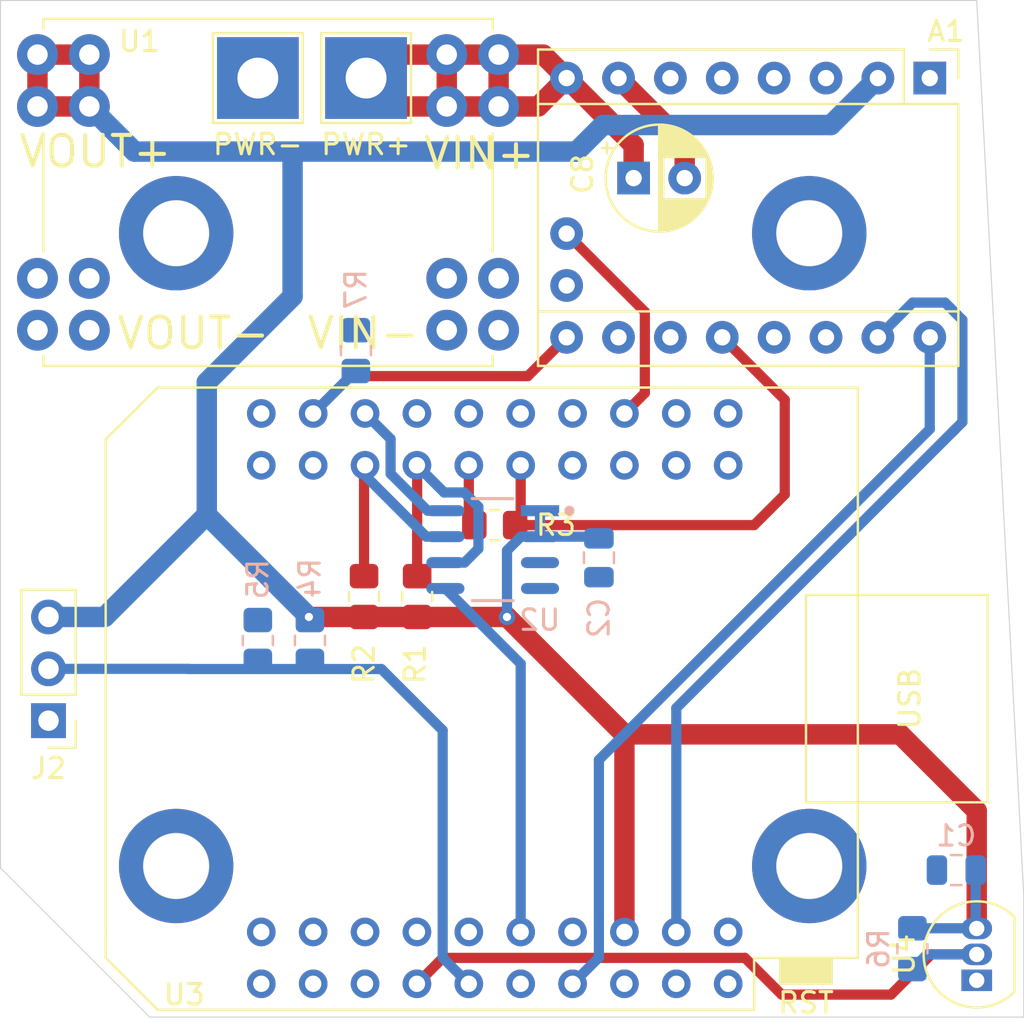
<source format=kicad_pcb>
(kicad_pcb (version 20171130) (host pcbnew 5.1.10-88a1d61d58~88~ubuntu20.10.1)

  (general
    (thickness 1.6)
    (drawings 10)
    (tracks 122)
    (zones 0)
    (modules 22)
    (nets 50)
  )

  (page A4)
  (layers
    (0 F.Cu signal)
    (31 B.Cu signal)
    (32 B.Adhes user)
    (33 F.Adhes user)
    (34 B.Paste user)
    (35 F.Paste user)
    (36 B.SilkS user)
    (37 F.SilkS user)
    (38 B.Mask user)
    (39 F.Mask user)
    (40 Dwgs.User user)
    (41 Cmts.User user)
    (42 Eco1.User user)
    (43 Eco2.User user)
    (44 Edge.Cuts user)
    (45 Margin user)
    (46 B.CrtYd user)
    (47 F.CrtYd user)
    (48 B.Fab user hide)
    (49 F.Fab user hide)
  )

  (setup
    (last_trace_width 0.5)
    (user_trace_width 0.5)
    (user_trace_width 1)
    (trace_clearance 0.2)
    (zone_clearance 0.508)
    (zone_45_only no)
    (trace_min 0.2)
    (via_size 0.8)
    (via_drill 0.4)
    (via_min_size 0.4)
    (via_min_drill 0.3)
    (uvia_size 0.3)
    (uvia_drill 0.1)
    (uvias_allowed no)
    (uvia_min_size 0.2)
    (uvia_min_drill 0.1)
    (edge_width 0.05)
    (segment_width 0.2)
    (pcb_text_width 0.3)
    (pcb_text_size 1.5 1.5)
    (mod_edge_width 0.12)
    (mod_text_size 1 1)
    (mod_text_width 0.15)
    (pad_size 1.524 1.524)
    (pad_drill 0.762)
    (pad_to_mask_clearance 0.051)
    (solder_mask_min_width 0.25)
    (aux_axis_origin 0 0)
    (grid_origin 60.825 52.325)
    (visible_elements FFFFFF7F)
    (pcbplotparams
      (layerselection 0x010fc_ffffffff)
      (usegerberextensions false)
      (usegerberattributes false)
      (usegerberadvancedattributes false)
      (creategerberjobfile false)
      (excludeedgelayer true)
      (linewidth 0.100000)
      (plotframeref false)
      (viasonmask false)
      (mode 1)
      (useauxorigin false)
      (hpglpennumber 1)
      (hpglpenspeed 20)
      (hpglpendiameter 15.000000)
      (psnegative false)
      (psa4output false)
      (plotreference true)
      (plotvalue true)
      (plotinvisibletext false)
      (padsonsilk false)
      (subtractmaskfromsilk false)
      (outputformat 1)
      (mirror false)
      (drillshape 0)
      (scaleselection 1)
      (outputdirectory "../../exports/circuits/"))
  )

  (net 0 "")
  (net 1 GND)
  (net 2 +3V3)
  (net 3 /I2C_SDA)
  (net 4 /I2C_SCL)
  (net 5 "Net-(U2-Pad3)")
  (net 6 VBUS)
  (net 7 /CONN_AUX1)
  (net 8 /CONN_AUX2)
  (net 9 /AS5601_ABI_B)
  (net 10 /AS5601_ABI_A)
  (net 11 /TMC2209_DIAG)
  (net 12 "Net-(A1-Pad17)")
  (net 13 /TMC2209_EN)
  (net 14 "Net-(A1-Pad10)")
  (net 15 "Net-(A1-Pad3)")
  (net 16 "Net-(A1-Pad11)")
  (net 17 "Net-(A1-Pad4)")
  (net 18 /TMC2209_PDN)
  (net 19 "Net-(A1-Pad5)")
  (net 20 "Net-(A1-Pad13)")
  (net 21 "Net-(A1-Pad6)")
  (net 22 "Net-(A1-Pad14)")
  (net 23 /TMC2209_STEP)
  (net 24 /TMC2209_DIR)
  (net 25 "Net-(R3-Pad2)")
  (net 26 "Net-(U3-Pad2)")
  (net 27 "Net-(U3-Pad3)")
  (net 28 "Net-(U3-Pad4)")
  (net 29 "Net-(U3-Pad5)")
  (net 30 "Net-(U3-Pad6)")
  (net 31 /TEMP_SENSOR)
  (net 32 "Net-(U3-Pad8)")
  (net 33 "Net-(U3-Pad10)")
  (net 34 "Net-(U3-Pad11)")
  (net 35 "Net-(U3-Pad14)")
  (net 36 "Net-(U3-Pad15)")
  (net 37 "Net-(U3-Pad17)")
  (net 38 "Net-(U3-Pad19)")
  (net 39 "Net-(U3-Pad20)")
  (net 40 "Net-(U3-Pad21)")
  (net 41 "Net-(U3-Pad23)")
  (net 42 "Net-(U3-Pad30)")
  (net 43 "Net-(U3-Pad32)")
  (net 44 "Net-(U3-Pad35)")
  (net 45 "Net-(U3-Pad37)")
  (net 46 "Net-(U3-Pad38)")
  (net 47 "Net-(U3-Pad39)")
  (net 48 "Net-(U3-Pad40)")
  (net 49 "Net-(U3-Pad34)")

  (net_class Default "This is the default net class."
    (clearance 0.2)
    (trace_width 0.25)
    (via_dia 0.8)
    (via_drill 0.4)
    (uvia_dia 0.3)
    (uvia_drill 0.1)
    (add_net +3V3)
    (add_net /AS5601_ABI_A)
    (add_net /AS5601_ABI_B)
    (add_net /CONN_AUX1)
    (add_net /CONN_AUX2)
    (add_net /I2C_SCL)
    (add_net /I2C_SDA)
    (add_net /TEMP_SENSOR)
    (add_net /TMC2209_DIAG)
    (add_net /TMC2209_DIR)
    (add_net /TMC2209_EN)
    (add_net /TMC2209_PDN)
    (add_net /TMC2209_STEP)
    (add_net GND)
    (add_net "Net-(A1-Pad10)")
    (add_net "Net-(A1-Pad11)")
    (add_net "Net-(A1-Pad13)")
    (add_net "Net-(A1-Pad14)")
    (add_net "Net-(A1-Pad17)")
    (add_net "Net-(A1-Pad3)")
    (add_net "Net-(A1-Pad4)")
    (add_net "Net-(A1-Pad5)")
    (add_net "Net-(A1-Pad6)")
    (add_net "Net-(R3-Pad2)")
    (add_net "Net-(U2-Pad3)")
    (add_net "Net-(U3-Pad10)")
    (add_net "Net-(U3-Pad11)")
    (add_net "Net-(U3-Pad14)")
    (add_net "Net-(U3-Pad15)")
    (add_net "Net-(U3-Pad17)")
    (add_net "Net-(U3-Pad19)")
    (add_net "Net-(U3-Pad2)")
    (add_net "Net-(U3-Pad20)")
    (add_net "Net-(U3-Pad21)")
    (add_net "Net-(U3-Pad23)")
    (add_net "Net-(U3-Pad3)")
    (add_net "Net-(U3-Pad30)")
    (add_net "Net-(U3-Pad32)")
    (add_net "Net-(U3-Pad34)")
    (add_net "Net-(U3-Pad35)")
    (add_net "Net-(U3-Pad37)")
    (add_net "Net-(U3-Pad38)")
    (add_net "Net-(U3-Pad39)")
    (add_net "Net-(U3-Pad4)")
    (add_net "Net-(U3-Pad40)")
    (add_net "Net-(U3-Pad5)")
    (add_net "Net-(U3-Pad6)")
    (add_net "Net-(U3-Pad8)")
    (add_net VBUS)
  )

  (module Resistor_SMD:R_0805_2012Metric_Pad1.20x1.40mm_HandSolder (layer B.Cu) (tedit 5F68FEEE) (tstamp 608AD973)
    (at 54.125 42.575 270)
    (descr "Resistor SMD 0805 (2012 Metric), square (rectangular) end terminal, IPC_7351 nominal with elongated pad for handsoldering. (Body size source: IPC-SM-782 page 72, https://www.pcb-3d.com/wordpress/wp-content/uploads/ipc-sm-782a_amendment_1_and_2.pdf), generated with kicad-footprint-generator")
    (tags "resistor handsolder")
    (path /6090DE8B)
    (attr smd)
    (fp_text reference R7 (at -3 0 90) (layer B.SilkS)
      (effects (font (size 1 1) (thickness 0.15)) (justify mirror))
    )
    (fp_text value 10K (at 0 -1.65 90) (layer B.Fab)
      (effects (font (size 1 1) (thickness 0.15)) (justify mirror))
    )
    (fp_text user %R (at 0 0 90) (layer B.Fab)
      (effects (font (size 0.5 0.5) (thickness 0.08)) (justify mirror))
    )
    (fp_line (start -1 -0.625) (end -1 0.625) (layer B.Fab) (width 0.1))
    (fp_line (start -1 0.625) (end 1 0.625) (layer B.Fab) (width 0.1))
    (fp_line (start 1 0.625) (end 1 -0.625) (layer B.Fab) (width 0.1))
    (fp_line (start 1 -0.625) (end -1 -0.625) (layer B.Fab) (width 0.1))
    (fp_line (start -0.227064 0.735) (end 0.227064 0.735) (layer B.SilkS) (width 0.12))
    (fp_line (start -0.227064 -0.735) (end 0.227064 -0.735) (layer B.SilkS) (width 0.12))
    (fp_line (start -1.85 -0.95) (end -1.85 0.95) (layer B.CrtYd) (width 0.05))
    (fp_line (start -1.85 0.95) (end 1.85 0.95) (layer B.CrtYd) (width 0.05))
    (fp_line (start 1.85 0.95) (end 1.85 -0.95) (layer B.CrtYd) (width 0.05))
    (fp_line (start 1.85 -0.95) (end -1.85 -0.95) (layer B.CrtYd) (width 0.05))
    (pad 2 smd roundrect (at 1 0 270) (size 1.2 1.4) (layers B.Cu B.Paste B.Mask) (roundrect_rratio 0.2083325)
      (net 13 /TMC2209_EN))
    (pad 1 smd roundrect (at -1 0 270) (size 1.2 1.4) (layers B.Cu B.Paste B.Mask) (roundrect_rratio 0.2083325)
      (net 1 GND))
    (model ${KISYS3DMOD}/Resistor_SMD.3dshapes/R_0805_2012Metric.wrl
      (at (xyz 0 0 0))
      (scale (xyz 1 1 1))
      (rotate (xyz 0 0 0))
    )
  )

  (module Resistor_SMD:R_0805_2012Metric_Pad1.20x1.40mm_HandSolder (layer B.Cu) (tedit 5F68FEEE) (tstamp 608AD962)
    (at 81.375 71.875 270)
    (descr "Resistor SMD 0805 (2012 Metric), square (rectangular) end terminal, IPC_7351 nominal with elongated pad for handsoldering. (Body size source: IPC-SM-782 page 72, https://www.pcb-3d.com/wordpress/wp-content/uploads/ipc-sm-782a_amendment_1_and_2.pdf), generated with kicad-footprint-generator")
    (tags "resistor handsolder")
    (path /608C4141)
    (attr smd)
    (fp_text reference R6 (at 0 1.65 270) (layer B.SilkS)
      (effects (font (size 1 1) (thickness 0.15)) (justify mirror))
    )
    (fp_text value 10K (at 0 -1.65 270) (layer B.Fab)
      (effects (font (size 1 1) (thickness 0.15)) (justify mirror))
    )
    (fp_text user %R (at 0 0 270) (layer B.Fab)
      (effects (font (size 0.5 0.5) (thickness 0.08)) (justify mirror))
    )
    (fp_line (start -1 -0.625) (end -1 0.625) (layer B.Fab) (width 0.1))
    (fp_line (start -1 0.625) (end 1 0.625) (layer B.Fab) (width 0.1))
    (fp_line (start 1 0.625) (end 1 -0.625) (layer B.Fab) (width 0.1))
    (fp_line (start 1 -0.625) (end -1 -0.625) (layer B.Fab) (width 0.1))
    (fp_line (start -0.227064 0.735) (end 0.227064 0.735) (layer B.SilkS) (width 0.12))
    (fp_line (start -0.227064 -0.735) (end 0.227064 -0.735) (layer B.SilkS) (width 0.12))
    (fp_line (start -1.85 -0.95) (end -1.85 0.95) (layer B.CrtYd) (width 0.05))
    (fp_line (start -1.85 0.95) (end 1.85 0.95) (layer B.CrtYd) (width 0.05))
    (fp_line (start 1.85 0.95) (end 1.85 -0.95) (layer B.CrtYd) (width 0.05))
    (fp_line (start 1.85 -0.95) (end -1.85 -0.95) (layer B.CrtYd) (width 0.05))
    (pad 2 smd roundrect (at 1 0 270) (size 1.2 1.4) (layers B.Cu B.Paste B.Mask) (roundrect_rratio 0.2083325)
      (net 31 /TEMP_SENSOR))
    (pad 1 smd roundrect (at -1 0 270) (size 1.2 1.4) (layers B.Cu B.Paste B.Mask) (roundrect_rratio 0.2083325)
      (net 2 +3V3))
    (model ${KISYS3DMOD}/Resistor_SMD.3dshapes/R_0805_2012Metric.wrl
      (at (xyz 0 0 0))
      (scale (xyz 1 1 1))
      (rotate (xyz 0 0 0))
    )
  )

  (module Resistor_SMD:R_0805_2012Metric_Pad1.20x1.40mm_HandSolder (layer B.Cu) (tedit 5F68FEEE) (tstamp 608AD951)
    (at 49.325 56.775 90)
    (descr "Resistor SMD 0805 (2012 Metric), square (rectangular) end terminal, IPC_7351 nominal with elongated pad for handsoldering. (Body size source: IPC-SM-782 page 72, https://www.pcb-3d.com/wordpress/wp-content/uploads/ipc-sm-782a_amendment_1_and_2.pdf), generated with kicad-footprint-generator")
    (tags "resistor handsolder")
    (path /608F8732)
    (attr smd)
    (fp_text reference R5 (at 3 0 90) (layer B.SilkS)
      (effects (font (size 1 1) (thickness 0.15)) (justify mirror))
    )
    (fp_text value 1k (at 0 -1.65 90) (layer B.Fab)
      (effects (font (size 1 1) (thickness 0.15)) (justify mirror))
    )
    (fp_text user %R (at 0 0 90) (layer B.Fab)
      (effects (font (size 0.5 0.5) (thickness 0.08)) (justify mirror))
    )
    (fp_line (start -1 -0.625) (end -1 0.625) (layer B.Fab) (width 0.1))
    (fp_line (start -1 0.625) (end 1 0.625) (layer B.Fab) (width 0.1))
    (fp_line (start 1 0.625) (end 1 -0.625) (layer B.Fab) (width 0.1))
    (fp_line (start 1 -0.625) (end -1 -0.625) (layer B.Fab) (width 0.1))
    (fp_line (start -0.227064 0.735) (end 0.227064 0.735) (layer B.SilkS) (width 0.12))
    (fp_line (start -0.227064 -0.735) (end 0.227064 -0.735) (layer B.SilkS) (width 0.12))
    (fp_line (start -1.85 -0.95) (end -1.85 0.95) (layer B.CrtYd) (width 0.05))
    (fp_line (start -1.85 0.95) (end 1.85 0.95) (layer B.CrtYd) (width 0.05))
    (fp_line (start 1.85 0.95) (end 1.85 -0.95) (layer B.CrtYd) (width 0.05))
    (fp_line (start 1.85 -0.95) (end -1.85 -0.95) (layer B.CrtYd) (width 0.05))
    (pad 2 smd roundrect (at 1 0 90) (size 1.2 1.4) (layers B.Cu B.Paste B.Mask) (roundrect_rratio 0.2083325)
      (net 1 GND))
    (pad 1 smd roundrect (at -1 0 90) (size 1.2 1.4) (layers B.Cu B.Paste B.Mask) (roundrect_rratio 0.2083325)
      (net 7 /CONN_AUX1))
    (model ${KISYS3DMOD}/Resistor_SMD.3dshapes/R_0805_2012Metric.wrl
      (at (xyz 0 0 0))
      (scale (xyz 1 1 1))
      (rotate (xyz 0 0 0))
    )
  )

  (module Resistor_SMD:R_0805_2012Metric_Pad1.20x1.40mm_HandSolder (layer B.Cu) (tedit 5F68FEEE) (tstamp 608AD940)
    (at 51.875 56.775 90)
    (descr "Resistor SMD 0805 (2012 Metric), square (rectangular) end terminal, IPC_7351 nominal with elongated pad for handsoldering. (Body size source: IPC-SM-782 page 72, https://www.pcb-3d.com/wordpress/wp-content/uploads/ipc-sm-782a_amendment_1_and_2.pdf), generated with kicad-footprint-generator")
    (tags "resistor handsolder")
    (path /608F742C)
    (attr smd)
    (fp_text reference R4 (at 3.05 0 90) (layer B.SilkS)
      (effects (font (size 1 1) (thickness 0.15)) (justify mirror))
    )
    (fp_text value 1k (at 0 -1.65 90) (layer B.Fab)
      (effects (font (size 1 1) (thickness 0.15)) (justify mirror))
    )
    (fp_text user %R (at 0 0 90) (layer B.Fab)
      (effects (font (size 0.5 0.5) (thickness 0.08)) (justify mirror))
    )
    (fp_line (start -1 -0.625) (end -1 0.625) (layer B.Fab) (width 0.1))
    (fp_line (start -1 0.625) (end 1 0.625) (layer B.Fab) (width 0.1))
    (fp_line (start 1 0.625) (end 1 -0.625) (layer B.Fab) (width 0.1))
    (fp_line (start 1 -0.625) (end -1 -0.625) (layer B.Fab) (width 0.1))
    (fp_line (start -0.227064 0.735) (end 0.227064 0.735) (layer B.SilkS) (width 0.12))
    (fp_line (start -0.227064 -0.735) (end 0.227064 -0.735) (layer B.SilkS) (width 0.12))
    (fp_line (start -1.85 -0.95) (end -1.85 0.95) (layer B.CrtYd) (width 0.05))
    (fp_line (start -1.85 0.95) (end 1.85 0.95) (layer B.CrtYd) (width 0.05))
    (fp_line (start 1.85 0.95) (end 1.85 -0.95) (layer B.CrtYd) (width 0.05))
    (fp_line (start 1.85 -0.95) (end -1.85 -0.95) (layer B.CrtYd) (width 0.05))
    (pad 2 smd roundrect (at 1 0 90) (size 1.2 1.4) (layers B.Cu B.Paste B.Mask) (roundrect_rratio 0.2083325)
      (net 2 +3V3))
    (pad 1 smd roundrect (at -1 0 90) (size 1.2 1.4) (layers B.Cu B.Paste B.Mask) (roundrect_rratio 0.2083325)
      (net 7 /CONN_AUX1))
    (model ${KISYS3DMOD}/Resistor_SMD.3dshapes/R_0805_2012Metric.wrl
      (at (xyz 0 0 0))
      (scale (xyz 1 1 1))
      (rotate (xyz 0 0 0))
    )
  )

  (module Capacitor_SMD:C_0805_2012Metric (layer B.Cu) (tedit 5F68FEEE) (tstamp 608ABF4E)
    (at 83.525 68.025 180)
    (descr "Capacitor SMD 0805 (2012 Metric), square (rectangular) end terminal, IPC_7351 nominal, (Body size source: IPC-SM-782 page 76, https://www.pcb-3d.com/wordpress/wp-content/uploads/ipc-sm-782a_amendment_1_and_2.pdf, https://docs.google.com/spreadsheets/d/1BsfQQcO9C6DZCsRaXUlFlo91Tg2WpOkGARC1WS5S8t0/edit?usp=sharing), generated with kicad-footprint-generator")
    (tags capacitor)
    (path /608B0FA8)
    (attr smd)
    (fp_text reference C1 (at 0 1.68) (layer B.SilkS)
      (effects (font (size 1 1) (thickness 0.15)) (justify mirror))
    )
    (fp_text value 100nF (at 0 -1.68) (layer B.Fab)
      (effects (font (size 1 1) (thickness 0.15)) (justify mirror))
    )
    (fp_text user %R (at 0 0) (layer B.Fab)
      (effects (font (size 0.5 0.5) (thickness 0.08)) (justify mirror))
    )
    (fp_line (start -1 -0.625) (end -1 0.625) (layer B.Fab) (width 0.1))
    (fp_line (start -1 0.625) (end 1 0.625) (layer B.Fab) (width 0.1))
    (fp_line (start 1 0.625) (end 1 -0.625) (layer B.Fab) (width 0.1))
    (fp_line (start 1 -0.625) (end -1 -0.625) (layer B.Fab) (width 0.1))
    (fp_line (start -0.261252 0.735) (end 0.261252 0.735) (layer B.SilkS) (width 0.12))
    (fp_line (start -0.261252 -0.735) (end 0.261252 -0.735) (layer B.SilkS) (width 0.12))
    (fp_line (start -1.7 -0.98) (end -1.7 0.98) (layer B.CrtYd) (width 0.05))
    (fp_line (start -1.7 0.98) (end 1.7 0.98) (layer B.CrtYd) (width 0.05))
    (fp_line (start 1.7 0.98) (end 1.7 -0.98) (layer B.CrtYd) (width 0.05))
    (fp_line (start 1.7 -0.98) (end -1.7 -0.98) (layer B.CrtYd) (width 0.05))
    (pad 2 smd roundrect (at 0.95 0 180) (size 1 1.45) (layers B.Cu B.Paste B.Mask) (roundrect_rratio 0.25)
      (net 1 GND))
    (pad 1 smd roundrect (at -0.95 0 180) (size 1 1.45) (layers B.Cu B.Paste B.Mask) (roundrect_rratio 0.25)
      (net 2 +3V3))
    (model ${KISYS3DMOD}/Capacitor_SMD.3dshapes/C_0805_2012Metric.wrl
      (at (xyz 0 0 0))
      (scale (xyz 1 1 1))
      (rotate (xyz 0 0 0))
    )
  )

  (module SHP_Deps:Wemos_D1_mini32 (layer F.Cu) (tedit 6088771F) (tstamp 608AF233)
    (at 60.925 59.625 90)
    (path /60886D86)
    (fp_text reference U3 (at -14.5 -15.2 180) (layer F.SilkS)
      (effects (font (size 1 1) (thickness 0.15)))
    )
    (fp_text value mini_esp32 (at 0 -1.27 90) (layer F.Fab)
      (effects (font (size 1 1) (thickness 0.15)))
    )
    (fp_line (start 13.97 12.7) (end 11.43 12.7) (layer Dwgs.User) (width 0.12))
    (fp_line (start 13.97 13.97) (end 13.97 12.7) (layer Dwgs.User) (width 0.12))
    (fp_line (start 11.43 13.97) (end 13.97 13.97) (layer Dwgs.User) (width 0.12))
    (fp_line (start 11.43 12.7) (end 11.43 13.97) (layer Dwgs.User) (width 0.12))
    (fp_line (start 13.97 15.24) (end 13.97 16.51) (layer Dwgs.User) (width 0.12))
    (fp_line (start 11.43 15.24) (end 13.97 15.24) (layer Dwgs.User) (width 0.12))
    (fp_line (start 11.43 16.51) (end 11.43 15.24) (layer Dwgs.User) (width 0.12))
    (fp_line (start 13.97 16.51) (end 11.43 16.51) (layer Dwgs.User) (width 0.12))
    (fp_line (start 5.08 15.24) (end 5.08 17.78) (layer F.SilkS) (width 0.12))
    (fp_line (start -5.08 15.24) (end 5.08 15.24) (layer F.SilkS) (width 0.12))
    (fp_line (start -5.08 17.78) (end -5.08 15.24) (layer F.SilkS) (width 0.12))
    (fp_line (start 5.08 24.13) (end 5.08 17.78) (layer F.SilkS) (width 0.12))
    (fp_line (start -5.08 24.13) (end 5.08 24.13) (layer F.SilkS) (width 0.12))
    (fp_line (start -5.08 17.78) (end -5.08 24.13) (layer F.SilkS) (width 0.12))
    (fp_line (start -12.7 17.78) (end 15.24 17.78) (layer F.SilkS) (width 0.12))
    (fp_line (start 15.24 -16.51) (end 11.43 -12.7) (layer Dwgs.User) (width 0.12))
    (fp_line (start 12.7 -19.05) (end 6.35 -12.7) (layer Dwgs.User) (width 0.12))
    (fp_line (start 8.89 -19.05) (end 2.54 -12.7) (layer Dwgs.User) (width 0.12))
    (fp_line (start 5.08 -19.05) (end -1.27 -12.7) (layer Dwgs.User) (width 0.12))
    (fp_line (start 1.27 -19.05) (end -5.08 -12.7) (layer Dwgs.User) (width 0.12))
    (fp_line (start -2.54 -19.05) (end -8.89 -12.7) (layer Dwgs.User) (width 0.12))
    (fp_line (start -6.35 -19.05) (end -12.7 -12.7) (layer Dwgs.User) (width 0.12))
    (fp_line (start -10.16 -19.05) (end -15.24 -13.97) (layer Dwgs.User) (width 0.12))
    (fp_line (start -15.24 -19.05) (end -15.24 -12.7) (layer Dwgs.User) (width 0.12))
    (fp_line (start 15.24 -19.05) (end -15.24 -19.05) (layer Dwgs.User) (width 0.12))
    (fp_line (start 15.24 -12.7) (end 15.24 -19.05) (layer Dwgs.User) (width 0.12))
    (fp_line (start -15.24 -12.7) (end 15.24 -12.7) (layer Dwgs.User) (width 0.12))
    (fp_poly (pts (xy -13.97 16.51) (xy -13.97 13.97) (xy -12.7 13.97) (xy -12.7 16.51)) (layer F.SilkS) (width 0.1))
    (fp_line (start -15.24 12.7) (end -12.7 12.7) (layer F.SilkS) (width 0.12))
    (fp_line (start -15.24 -16.51) (end -15.24 12.7) (layer F.SilkS) (width 0.12))
    (fp_line (start 15.24 -16.51) (end 15.24 17.78) (layer F.SilkS) (width 0.12))
    (fp_line (start -12.7 -19.05) (end -11.43 -19.05) (layer F.SilkS) (width 0.12))
    (fp_line (start -12.7 -19.05) (end -15.24 -16.51) (layer F.SilkS) (width 0.12))
    (fp_line (start 12.7 -19.05) (end 15.24 -16.51) (layer F.SilkS) (width 0.12))
    (fp_line (start 12.7 -19.05) (end -11.43 -19.05) (layer F.SilkS) (width 0.12))
    (fp_line (start -12.7 12.7) (end -12.7 17.78) (layer F.SilkS) (width 0.12))
    (fp_text user IO_02 (at 12.7 13.335 90) (layer Dwgs.User)
      (effects (font (size 0.5 0.5) (thickness 0.125)))
    )
    (fp_text user PWR (at 12.573 15.875 90) (layer Dwgs.User)
      (effects (font (size 0.5 0.5) (thickness 0.125)))
    )
    (fp_text user USB (at 0 20.32 90) (layer F.SilkS)
      (effects (font (size 1 1) (thickness 0.15)))
    )
    (fp_text user "NO COPPER - KEEP OUT" (at 0 -15.24 90) (layer Dwgs.User)
      (effects (font (size 1 1) (thickness 0.15)))
    )
    (fp_text user RST (at -14.9 15.24 180) (layer F.SilkS)
      (effects (font (size 1 1) (thickness 0.15)))
    )
    (pad 40 thru_hole circle (at 13.97 11.43) (size 1.4 1.4) (drill 0.8) (layers *.Cu *.Mask)
      (net 48 "Net-(U3-Pad40)"))
    (pad 39 thru_hole circle (at 11.43 11.43) (size 1.4 1.4) (drill 0.8) (layers *.Cu *.Mask)
      (net 47 "Net-(U3-Pad39)"))
    (pad 38 thru_hole circle (at 13.97 8.89) (size 1.4 1.4) (drill 0.8) (layers *.Cu *.Mask)
      (net 46 "Net-(U3-Pad38)"))
    (pad 37 thru_hole circle (at 11.43 8.89) (size 1.4 1.4) (drill 0.8) (layers *.Cu *.Mask)
      (net 45 "Net-(U3-Pad37)"))
    (pad 36 thru_hole circle (at 13.97 6.35) (size 1.4 1.4) (drill 0.8) (layers *.Cu *.Mask)
      (net 11 /TMC2209_DIAG))
    (pad 35 thru_hole circle (at 11.43 6.35) (size 1.4 1.4) (drill 0.8) (layers *.Cu *.Mask)
      (net 44 "Net-(U3-Pad35)"))
    (pad 34 thru_hole circle (at 13.97 3.81) (size 1.4 1.4) (drill 0.8) (layers *.Cu *.Mask)
      (net 49 "Net-(U3-Pad34)"))
    (pad 33 thru_hole circle (at 11.43 3.81) (size 1.4 1.4) (drill 0.8) (layers *.Cu *.Mask)
      (net 1 GND))
    (pad 32 thru_hole circle (at 13.97 1.27) (size 1.4 1.4) (drill 0.8) (layers *.Cu *.Mask)
      (net 43 "Net-(U3-Pad32)"))
    (pad 31 thru_hole circle (at 11.43 1.27) (size 1.4 1.4) (drill 0.8) (layers *.Cu *.Mask)
      (net 18 /TMC2209_PDN))
    (pad 30 thru_hole circle (at 13.97 -1.27) (size 1.4 1.4) (drill 0.8) (layers *.Cu *.Mask)
      (net 42 "Net-(U3-Pad30)"))
    (pad 29 thru_hole circle (at 11.43 -1.27) (size 1.4 1.4) (drill 0.8) (layers *.Cu *.Mask)
      (net 25 "Net-(R3-Pad2)"))
    (pad 28 thru_hole circle (at 13.97 -3.81) (size 1.4 1.4) (drill 0.8) (layers *.Cu *.Mask)
      (net 8 /CONN_AUX2))
    (pad 27 thru_hole circle (at 11.43 -3.81) (size 1.4 1.4) (drill 0.8) (layers *.Cu *.Mask)
      (net 3 /I2C_SDA))
    (pad 26 thru_hole circle (at 13.97 -6.35) (size 1.4 1.4) (drill 0.8) (layers *.Cu *.Mask)
      (net 10 /AS5601_ABI_A))
    (pad 25 thru_hole circle (at 11.43 -6.35) (size 1.4 1.4) (drill 0.8) (layers *.Cu *.Mask)
      (net 4 /I2C_SCL))
    (pad 24 thru_hole circle (at 13.97 -8.89) (size 1.4 1.4) (drill 0.8) (layers *.Cu *.Mask)
      (net 13 /TMC2209_EN))
    (pad 23 thru_hole circle (at 11.43 -8.89) (size 1.4 1.4) (drill 0.8) (layers *.Cu *.Mask)
      (net 41 "Net-(U3-Pad23)"))
    (pad 22 thru_hole circle (at 13.97 -11.43) (size 1.4 1.4) (drill 0.8) (layers *.Cu *.Mask)
      (net 1 GND))
    (pad 21 thru_hole circle (at 11.43 -11.43) (size 1.4 1.4) (drill 0.8) (layers *.Cu *.Mask)
      (net 40 "Net-(U3-Pad21)"))
    (pad 20 thru_hole circle (at -11.43 11.43) (size 1.4 1.4) (drill 0.8) (layers *.Cu *.Mask)
      (net 39 "Net-(U3-Pad20)"))
    (pad 19 thru_hole circle (at -13.97 11.43) (size 1.4 1.4) (drill 0.8) (layers *.Cu *.Mask)
      (net 38 "Net-(U3-Pad19)"))
    (pad 18 thru_hole circle (at -11.43 8.89) (size 1.4 1.4) (drill 0.8) (layers *.Cu *.Mask)
      (net 23 /TMC2209_STEP))
    (pad 17 thru_hole circle (at -13.97 8.89) (size 1.4 1.4) (drill 0.8) (layers *.Cu *.Mask)
      (net 37 "Net-(U3-Pad17)"))
    (pad 16 thru_hole circle (at -11.43 6.35) (size 1.4 1.4) (drill 0.8) (layers *.Cu *.Mask)
      (net 2 +3V3))
    (pad 15 thru_hole circle (at -13.97 6.35) (size 1.4 1.4) (drill 0.8) (layers *.Cu *.Mask)
      (net 36 "Net-(U3-Pad15)"))
    (pad 14 thru_hole circle (at -11.43 3.81) (size 1.4 1.4) (drill 0.8) (layers *.Cu *.Mask)
      (net 35 "Net-(U3-Pad14)"))
    (pad 13 thru_hole circle (at -13.97 3.81) (size 1.4 1.4) (drill 0.8) (layers *.Cu *.Mask)
      (net 24 /TMC2209_DIR))
    (pad 12 thru_hole circle (at -11.43 1.27) (size 1.4 1.4) (drill 0.8) (layers *.Cu *.Mask)
      (net 9 /AS5601_ABI_B))
    (pad 11 thru_hole circle (at -13.97 1.27) (size 1.4 1.4) (drill 0.8) (layers *.Cu *.Mask)
      (net 34 "Net-(U3-Pad11)"))
    (pad 10 thru_hole circle (at -11.43 -1.27) (size 1.4 1.4) (drill 0.8) (layers *.Cu *.Mask)
      (net 33 "Net-(U3-Pad10)"))
    (pad 9 thru_hole circle (at -13.97 -1.27) (size 1.4 1.4) (drill 0.8) (layers *.Cu *.Mask)
      (net 7 /CONN_AUX1))
    (pad 8 thru_hole circle (at -11.43 -3.81) (size 1.4 1.4) (drill 0.8) (layers *.Cu *.Mask)
      (net 32 "Net-(U3-Pad8)"))
    (pad 7 thru_hole circle (at -13.97 -3.81) (size 1.4 1.4) (drill 0.8) (layers *.Cu *.Mask)
      (net 31 /TEMP_SENSOR))
    (pad 6 thru_hole circle (at -11.43 -6.35) (size 1.4 1.4) (drill 0.8) (layers *.Cu *.Mask)
      (net 30 "Net-(U3-Pad6)"))
    (pad 5 thru_hole circle (at -13.97 -6.35) (size 1.4 1.4) (drill 0.8) (layers *.Cu *.Mask)
      (net 29 "Net-(U3-Pad5)"))
    (pad 4 thru_hole circle (at -11.43 -8.89) (size 1.4 1.4) (drill 0.8) (layers *.Cu *.Mask)
      (net 28 "Net-(U3-Pad4)"))
    (pad 3 thru_hole circle (at -13.97 -8.89) (size 1.4 1.4) (drill 0.8) (layers *.Cu *.Mask)
      (net 27 "Net-(U3-Pad3)"))
    (pad 1 thru_hole circle (at -13.97 -11.43) (size 1.4 1.4) (drill 0.8) (layers *.Cu *.Mask)
      (net 1 GND))
    (pad 2 thru_hole circle (at -11.43 -11.43) (size 1.4 1.4) (drill 0.8) (layers *.Cu *.Mask)
      (net 26 "Net-(U3-Pad2)"))
    (model ${KISYS3DMOD}/Connector_PinSocket_2.54mm.3dshapes/PinSocket_2x10_P2.54mm_Vertical.step
      (offset (xyz 14 11.5 0))
      (scale (xyz 1 1 1))
      (rotate (xyz 0 0 0))
    )
    (model ${KISYS3DMOD}/Connector_PinSocket_2.54mm.3dshapes/PinSocket_2x10_P2.54mm_Vertical.step
      (offset (xyz -11.46 11.5 0))
      (scale (xyz 1 1 1))
      (rotate (xyz 0 0 0))
    )
    (model ${KISYS3DMOD}/Connector_PinHeader_2.54mm.3dshapes/PinHeader_2x10_P2.54mm_Vertical.step
      (offset (xyz 14 11.5 9.6))
      (scale (xyz 1 1 1))
      (rotate (xyz 0 180 0))
    )
    (model ${KISYS3DMOD}/Connector_PinHeader_2.54mm.3dshapes/PinHeader_2x10_P2.54mm_Vertical.step
      (offset (xyz -11.5 11.5 9.6))
      (scale (xyz 1 1 1))
      (rotate (xyz 0 180 0))
    )
  )

  (module TestPoint:TestPoint_THTPad_4.0x4.0mm_Drill2.0mm (layer F.Cu) (tedit 5A0F774F) (tstamp 608AC58B)
    (at 49.325 29.225 90)
    (descr "THT rectangular pad as test Point, square 4.0mm  side length, hole diameter 2.0mm")
    (tags "test point THT pad rectangle square")
    (path /60BE06B3)
    (attr virtual)
    (fp_text reference PWR- (at -3.25 0 180) (layer F.SilkS)
      (effects (font (size 1 1) (thickness 0.15)))
    )
    (fp_text value Conn_01x01_Female (at 0 3.1 90) (layer F.Fab)
      (effects (font (size 1 1) (thickness 0.15)))
    )
    (fp_line (start 2.5 2.5) (end -2.5 2.5) (layer F.CrtYd) (width 0.05))
    (fp_line (start 2.5 2.5) (end 2.5 -2.5) (layer F.CrtYd) (width 0.05))
    (fp_line (start -2.5 -2.5) (end -2.5 2.5) (layer F.CrtYd) (width 0.05))
    (fp_line (start -2.5 -2.5) (end 2.5 -2.5) (layer F.CrtYd) (width 0.05))
    (fp_line (start -2.2 2.2) (end -2.2 -2.2) (layer F.SilkS) (width 0.12))
    (fp_line (start 2.2 2.2) (end -2.2 2.2) (layer F.SilkS) (width 0.12))
    (fp_line (start 2.2 -2.2) (end 2.2 2.2) (layer F.SilkS) (width 0.12))
    (fp_line (start -2.2 -2.2) (end 2.2 -2.2) (layer F.SilkS) (width 0.12))
    (fp_text user %R (at 0 -2.9 90) (layer F.Fab)
      (effects (font (size 1 1) (thickness 0.15)))
    )
    (pad 1 thru_hole rect (at 0 0 90) (size 4 4) (drill 2) (layers *.Cu *.Mask)
      (net 1 GND))
  )

  (module TestPoint:TestPoint_THTPad_4.0x4.0mm_Drill2.0mm (layer F.Cu) (tedit 5A0F774F) (tstamp 608AAEEB)
    (at 54.625 29.225 90)
    (descr "THT rectangular pad as test Point, square 4.0mm  side length, hole diameter 2.0mm")
    (tags "test point THT pad rectangle square")
    (path /60BDC27B)
    (attr virtual)
    (fp_text reference PWR+ (at -3.25 0 180) (layer F.SilkS)
      (effects (font (size 1 1) (thickness 0.15)))
    )
    (fp_text value Conn_01x01_Female (at 0 3.1 90) (layer F.Fab)
      (effects (font (size 1 1) (thickness 0.15)))
    )
    (fp_line (start 2.5 2.5) (end -2.5 2.5) (layer F.CrtYd) (width 0.05))
    (fp_line (start 2.5 2.5) (end 2.5 -2.5) (layer F.CrtYd) (width 0.05))
    (fp_line (start -2.5 -2.5) (end -2.5 2.5) (layer F.CrtYd) (width 0.05))
    (fp_line (start -2.5 -2.5) (end 2.5 -2.5) (layer F.CrtYd) (width 0.05))
    (fp_line (start -2.2 2.2) (end -2.2 -2.2) (layer F.SilkS) (width 0.12))
    (fp_line (start 2.2 2.2) (end -2.2 2.2) (layer F.SilkS) (width 0.12))
    (fp_line (start 2.2 -2.2) (end 2.2 2.2) (layer F.SilkS) (width 0.12))
    (fp_line (start -2.2 -2.2) (end 2.2 -2.2) (layer F.SilkS) (width 0.12))
    (fp_text user %R (at 0 -2.9 90) (layer F.Fab)
      (effects (font (size 1 1) (thickness 0.15)))
    )
    (pad 1 thru_hole rect (at 0 0 90) (size 4 4) (drill 2) (layers *.Cu *.Mask)
      (net 6 VBUS))
  )

  (module MountingHole:MountingHole_3.2mm_M3_DIN965_Pad (layer F.Cu) (tedit 56D1B4CB) (tstamp 608AAE5B)
    (at 45.325 67.825)
    (descr "Mounting Hole 3.2mm, M3, DIN965")
    (tags "mounting hole 3.2mm m3 din965")
    (path /60BD1E91)
    (attr virtual)
    (fp_text reference H4 (at 0 -3.8) (layer F.SilkS) hide
      (effects (font (size 1 1) (thickness 0.15)))
    )
    (fp_text value MountingHole (at 0 3.8) (layer F.Fab) hide
      (effects (font (size 1 1) (thickness 0.15)))
    )
    (fp_circle (center 0 0) (end 3.05 0) (layer F.CrtYd) (width 0.05))
    (fp_circle (center 0 0) (end 2.8 0) (layer Cmts.User) (width 0.15))
    (fp_text user %R (at 0.3 0) (layer F.Fab) hide
      (effects (font (size 1 1) (thickness 0.15)))
    )
    (pad 1 thru_hole circle (at 0 0) (size 5.6 5.6) (drill 3.2) (layers *.Cu *.Mask))
  )

  (module MountingHole:MountingHole_3.2mm_M3_DIN965_Pad (layer F.Cu) (tedit 56D1B4CB) (tstamp 608AAE53)
    (at 76.325 36.825)
    (descr "Mounting Hole 3.2mm, M3, DIN965")
    (tags "mounting hole 3.2mm m3 din965")
    (path /60BD1695)
    (attr virtual)
    (fp_text reference H3 (at 0 -3.8) (layer F.SilkS) hide
      (effects (font (size 1 1) (thickness 0.15)))
    )
    (fp_text value MountingHole (at 0 3.8) (layer F.Fab) hide
      (effects (font (size 1 1) (thickness 0.15)))
    )
    (fp_circle (center 0 0) (end 3.05 0) (layer F.CrtYd) (width 0.05))
    (fp_circle (center 0 0) (end 2.8 0) (layer Cmts.User) (width 0.15))
    (fp_text user %R (at 0.3 0) (layer F.Fab) hide
      (effects (font (size 1 1) (thickness 0.15)))
    )
    (pad 1 thru_hole circle (at 0 0) (size 5.6 5.6) (drill 3.2) (layers *.Cu *.Mask))
  )

  (module MountingHole:MountingHole_3.2mm_M3_DIN965_Pad (layer F.Cu) (tedit 56D1B4CB) (tstamp 608AAE4B)
    (at 76.325 67.825)
    (descr "Mounting Hole 3.2mm, M3, DIN965")
    (tags "mounting hole 3.2mm m3 din965")
    (path /60BD222F)
    (attr virtual)
    (fp_text reference H2 (at 0 -3.8) (layer F.SilkS) hide
      (effects (font (size 1 1) (thickness 0.15)))
    )
    (fp_text value MountingHole (at 0 3.8) (layer F.Fab) hide
      (effects (font (size 1 1) (thickness 0.15)))
    )
    (fp_circle (center 0 0) (end 3.05 0) (layer F.CrtYd) (width 0.05))
    (fp_circle (center 0 0) (end 2.8 0) (layer Cmts.User) (width 0.15))
    (fp_text user %R (at 0.3 0) (layer F.Fab) hide
      (effects (font (size 1 1) (thickness 0.15)))
    )
    (pad 1 thru_hole circle (at 0 0) (size 5.6 5.6) (drill 3.2) (layers *.Cu *.Mask))
  )

  (module MountingHole:MountingHole_3.2mm_M3_DIN965_Pad (layer F.Cu) (tedit 56D1B4CB) (tstamp 608AAE43)
    (at 45.325 36.825)
    (descr "Mounting Hole 3.2mm, M3, DIN965")
    (tags "mounting hole 3.2mm m3 din965")
    (path /60BD2481)
    (attr virtual)
    (fp_text reference H1 (at 0 -3.8) (layer F.SilkS) hide
      (effects (font (size 1 1) (thickness 0.15)))
    )
    (fp_text value MountingHole (at 0 3.8) (layer F.Fab) hide
      (effects (font (size 1 1) (thickness 0.15)))
    )
    (fp_circle (center 0 0) (end 3.05 0) (layer F.CrtYd) (width 0.05))
    (fp_circle (center 0 0) (end 2.8 0) (layer Cmts.User) (width 0.15))
    (fp_text user %R (at 0.3 0) (layer F.Fab) hide
      (effects (font (size 1 1) (thickness 0.15)))
    )
    (pad 1 thru_hole circle (at 0 0) (size 5.6 5.6) (drill 3.2) (layers *.Cu *.Mask))
  )

  (module SHP_Deps:DM02-DC-DC (layer F.Cu) (tedit 60887844) (tstamp 608AC9E9)
    (at 49.825 34.825)
    (path /60ABB98D)
    (fp_text reference U1 (at -6.3 -7.4) (layer F.SilkS)
      (effects (font (size 1 1) (thickness 0.15)))
    )
    (fp_text value DM0x-DC-DC (at 0 -11.43) (layer F.Fab)
      (effects (font (size 1 1) (thickness 0.15)))
    )
    (fp_line (start -11 -8.5) (end 11 -8.5) (layer F.SilkS) (width 0.12))
    (fp_line (start 11 -2.9) (end 11 2.9) (layer F.SilkS) (width 0.12))
    (fp_line (start 11 8.5) (end -11 8.5) (layer F.SilkS) (width 0.12))
    (fp_line (start -11 2.9) (end -11 -2.9) (layer F.SilkS) (width 0.12))
    (fp_line (start -12.7 -8.89) (end 12.7 -8.89) (layer F.CrtYd) (width 0.12))
    (fp_line (start 12.7 -8.89) (end 12.7 8.89) (layer F.CrtYd) (width 0.12))
    (fp_line (start 12.7 8.89) (end -12.7 8.89) (layer F.CrtYd) (width 0.12))
    (fp_line (start -12.7 8.89) (end -12.7 -8.89) (layer F.CrtYd) (width 0.12))
    (fp_line (start 11 -8.5) (end 11 -8) (layer F.SilkS) (width 0.12))
    (fp_line (start 11 8) (end 11 8.5) (layer F.SilkS) (width 0.12))
    (fp_line (start -11 8.5) (end -11 8) (layer F.SilkS) (width 0.12))
    (fp_line (start -11 -8) (end -11 -8.5) (layer F.SilkS) (width 0.12))
    (fp_text user "REMEMBER TO ANNOTATE VOLTAGE" (at 0 0) (layer Dwgs.User)
      (effects (font (size 1 1) (thickness 0.15)))
    )
    (fp_text user VOUT- (at -7.5 6.9) (layer F.SilkS)
      (effects (font (size 1.5 1.5) (thickness 0.2)) (justify left))
    )
    (fp_text user VIN- (at 7.5 6.9) (layer F.SilkS)
      (effects (font (size 1.5 1.5) (thickness 0.2)) (justify right))
    )
    (fp_text user VIN+ (at 13.2 -1.9) (layer F.SilkS)
      (effects (font (size 1.5 1.5) (thickness 0.2)) (justify right))
    )
    (fp_text user VOUT+ (at -12.3 -2) (layer F.SilkS)
      (effects (font (size 1.5 1.5) (thickness 0.2)) (justify left))
    )
    (pad 1 thru_hole circle (at 11.29 6.75) (size 2 2) (drill 1) (layers *.Cu *.Mask)
      (net 1 GND))
    (pad 2 thru_hole circle (at 11.29 -4.21) (size 2 2) (drill 1) (layers *.Cu *.Mask)
      (net 6 VBUS))
    (pad 2 thru_hole circle (at 11.29 -6.75) (size 2 2) (drill 1) (layers *.Cu *.Mask)
      (net 6 VBUS))
    (pad 1 thru_hole circle (at 11.29 4.21) (size 2 2) (drill 1) (layers *.Cu *.Mask)
      (net 1 GND))
    (pad 1 thru_hole circle (at -11.29 6.75) (size 2 2) (drill 1) (layers *.Cu *.Mask)
      (net 1 GND))
    (pad 1 thru_hole circle (at -11.29 4.21) (size 2 2) (drill 1) (layers *.Cu *.Mask)
      (net 1 GND))
    (pad 3 thru_hole circle (at -11.29 -4.21) (size 2 2) (drill 1) (layers *.Cu *.Mask)
      (net 2 +3V3))
    (pad 3 thru_hole circle (at -11.29 -6.75) (size 2 2) (drill 1) (layers *.Cu *.Mask)
      (net 2 +3V3))
    (pad 3 thru_hole circle (at -8.75 -4.21) (size 2 2) (drill 1) (layers *.Cu *.Mask)
      (net 2 +3V3))
    (pad 2 thru_hole circle (at 8.75 -4.21) (size 2 2) (drill 1) (layers *.Cu *.Mask)
      (net 6 VBUS))
    (pad 3 thru_hole circle (at -8.75 -6.75) (size 2 2) (drill 1) (layers *.Cu *.Mask)
      (net 2 +3V3))
    (pad 2 thru_hole circle (at 8.75 -6.75) (size 2 2) (drill 1) (layers *.Cu *.Mask)
      (net 6 VBUS))
    (pad 1 thru_hole circle (at 8.75 6.75) (size 2 2) (drill 1) (layers *.Cu *.Mask)
      (net 1 GND))
    (pad 1 thru_hole circle (at 8.75 4.21) (size 2 2) (drill 1) (layers *.Cu *.Mask)
      (net 1 GND))
    (pad 1 thru_hole circle (at -8.75 4.21) (size 2 2) (drill 1) (layers *.Cu *.Mask)
      (net 1 GND))
    (pad 1 thru_hole circle (at -8.75 6.75) (size 2 2) (drill 1) (layers *.Cu *.Mask)
      (net 1 GND))
    (model ${KISYS3DMOD}/Connector_PinSocket_2.54mm.3dshapes/PinSocket_2x02_P2.54mm_Vertical.step
      (offset (xyz -8.75 -4.21 0))
      (scale (xyz 1 1 1))
      (rotate (xyz 0 0 0))
    )
    (model ${KISYS3DMOD}/Connector_PinSocket_2.54mm.3dshapes/PinSocket_2x02_P2.54mm_Vertical.step
      (offset (xyz -8.75 4.21 0))
      (scale (xyz 1 1 1))
      (rotate (xyz 0 0 90))
    )
    (model ${KISYS3DMOD}/Connector_PinSocket_2.54mm.3dshapes/PinSocket_2x02_P2.54mm_Vertical.step
      (offset (xyz 8.75 -4.21 0))
      (scale (xyz 1 1 1))
      (rotate (xyz 0 0 -90))
    )
    (model ${KISYS3DMOD}/Connector_PinSocket_2.54mm.3dshapes/PinSocket_2x02_P2.54mm_Vertical.step
      (offset (xyz 8.5 4.21 0))
      (scale (xyz 1 1 1))
      (rotate (xyz 0 0 -180))
    )
    (model ${KISYS3DMOD}/Connector_PinHeader_2.54mm.3dshapes/PinHeader_2x02_P2.54mm_Vertical.step
      (offset (xyz -8.75 -4.21 9.6))
      (scale (xyz 1 1 1))
      (rotate (xyz 0 180 0))
    )
    (model ${KISYS3DMOD}/Connector_PinHeader_2.54mm.3dshapes/PinHeader_2x02_P2.54mm_Vertical.step
      (offset (xyz 8.75 -4.21 9.6))
      (scale (xyz 1 1 1))
      (rotate (xyz 0 180 -90))
    )
    (model ${KISYS3DMOD}/Connector_PinHeader_2.54mm.3dshapes/PinHeader_2x02_P2.54mm_Vertical.step
      (offset (xyz 8.75 4.21 9.6))
      (scale (xyz 1 1 1))
      (rotate (xyz 0 180 180))
    )
    (model ${KISYS3DMOD}/Connector_PinHeader_2.54mm.3dshapes/PinHeader_2x02_P2.54mm_Vertical.step
      (offset (xyz -8.5 4.21 9.6))
      (scale (xyz 1 1 1))
      (rotate (xyz 0 180 90))
    )
  )

  (module SHP_Deps:BigTreeTech_TMC22xx_Breakout-16_15.2x20.3mm (layer F.Cu) (tedit 60887606) (tstamp 608A0AAC)
    (at 82.225 29.225 270)
    (descr "BigTreeTech TMC22xx 18-pin 15.2x20.3mm 0.6x0.8\\")
    (tags "BigTreeTech TMC22xx TMC2208 TMC2209")
    (path /6089EDE1)
    (fp_text reference A1 (at -2.3 -0.8 180) (layer F.SilkS)
      (effects (font (size 1 1) (thickness 0.15)))
    )
    (fp_text value BigTreeTech_TMC2209_V12 (at 6.35 20.17 90) (layer F.Fab)
      (effects (font (size 1 1) (thickness 0.15)))
    )
    (fp_line (start 11.43 -1.4) (end 11.43 19.18) (layer F.SilkS) (width 0.12))
    (fp_line (start 1.27 1.27) (end 1.27 19.18) (layer F.SilkS) (width 0.12))
    (fp_line (start 0 -1.4) (end -1.4 -1.4) (layer F.SilkS) (width 0.12))
    (fp_line (start -1.4 -1.4) (end -1.4 0) (layer F.SilkS) (width 0.12))
    (fp_line (start 1.27 -1.4) (end 1.27 1.27) (layer F.SilkS) (width 0.12))
    (fp_line (start 1.27 1.27) (end -1.4 1.27) (layer F.SilkS) (width 0.12))
    (fp_line (start -1.4 1.27) (end -1.4 19.18) (layer F.SilkS) (width 0.12))
    (fp_line (start -1.4 19.18) (end 14.1 19.18) (layer F.SilkS) (width 0.12))
    (fp_line (start 14.1 19.18) (end 14.1 -1.4) (layer F.SilkS) (width 0.12))
    (fp_line (start 14.1 -1.4) (end 1.27 -1.4) (layer F.SilkS) (width 0.12))
    (fp_line (start -1.27 0) (end 0 -1.27) (layer F.Fab) (width 0.1))
    (fp_line (start 0 -1.27) (end 13.97 -1.27) (layer F.Fab) (width 0.1))
    (fp_line (start 13.97 -1.27) (end 13.97 19.05) (layer F.Fab) (width 0.1))
    (fp_line (start 13.97 19.05) (end -1.27 19.05) (layer F.Fab) (width 0.1))
    (fp_line (start -1.27 19.05) (end -1.27 0) (layer F.Fab) (width 0.1))
    (fp_line (start -1.53 -1.52) (end 14.21 -1.52) (layer F.CrtYd) (width 0.05))
    (fp_line (start -1.53 -1.52) (end -1.53 19.3) (layer F.CrtYd) (width 0.05))
    (fp_line (start 14.21 19.3) (end 14.21 -1.52) (layer F.CrtYd) (width 0.05))
    (fp_line (start 14.21 19.3) (end -1.53 19.3) (layer F.CrtYd) (width 0.05))
    (fp_text user %R (at 6.35 0 90) (layer F.Fab)
      (effects (font (size 1 1) (thickness 0.15)))
    )
    (pad 18 thru_hole oval (at 7.62 17.78 270) (size 1.6 1.6) (drill 0.8) (layers *.Cu *.Mask)
      (net 11 /TMC2209_DIAG))
    (pad 17 thru_hole oval (at 10.16 17.78 270) (size 1.6 1.6) (drill 0.8) (layers *.Cu *.Mask)
      (net 12 "Net-(A1-Pad17)"))
    (pad 1 thru_hole rect (at 0 0 270) (size 1.6 1.6) (drill 0.8) (layers *.Cu *.Mask)
      (net 1 GND))
    (pad 9 thru_hole oval (at 12.7 17.78 270) (size 1.6 1.6) (drill 0.8) (layers *.Cu *.Mask)
      (net 13 /TMC2209_EN))
    (pad 2 thru_hole oval (at 0 2.54 270) (size 1.6 1.6) (drill 0.8) (layers *.Cu *.Mask)
      (net 2 +3V3))
    (pad 10 thru_hole oval (at 12.7 15.24 270) (size 1.6 1.6) (drill 0.8) (layers *.Cu *.Mask)
      (net 14 "Net-(A1-Pad10)"))
    (pad 3 thru_hole oval (at 0 5.08 270) (size 1.6 1.6) (drill 0.8) (layers *.Cu *.Mask)
      (net 15 "Net-(A1-Pad3)"))
    (pad 11 thru_hole oval (at 12.7 12.7 270) (size 1.6 1.6) (drill 0.8) (layers *.Cu *.Mask)
      (net 16 "Net-(A1-Pad11)"))
    (pad 4 thru_hole oval (at 0 7.62 270) (size 1.6 1.6) (drill 0.8) (layers *.Cu *.Mask)
      (net 17 "Net-(A1-Pad4)"))
    (pad 12 thru_hole oval (at 12.7 10.16 270) (size 1.6 1.6) (drill 0.8) (layers *.Cu *.Mask)
      (net 18 /TMC2209_PDN))
    (pad 5 thru_hole oval (at 0 10.16 270) (size 1.6 1.6) (drill 0.8) (layers *.Cu *.Mask)
      (net 19 "Net-(A1-Pad5)"))
    (pad 13 thru_hole oval (at 12.7 7.62 270) (size 1.6 1.6) (drill 0.8) (layers *.Cu *.Mask)
      (net 20 "Net-(A1-Pad13)"))
    (pad 6 thru_hole oval (at 0 12.7 270) (size 1.6 1.6) (drill 0.8) (layers *.Cu *.Mask)
      (net 21 "Net-(A1-Pad6)"))
    (pad 14 thru_hole oval (at 12.7 5.08 270) (size 1.6 1.6) (drill 0.8) (layers *.Cu *.Mask)
      (net 22 "Net-(A1-Pad14)"))
    (pad 7 thru_hole oval (at 0 15.24 270) (size 1.6 1.6) (drill 0.8) (layers *.Cu *.Mask)
      (net 1 GND))
    (pad 15 thru_hole oval (at 12.7 2.54 270) (size 1.6 1.6) (drill 0.8) (layers *.Cu *.Mask)
      (net 23 /TMC2209_STEP))
    (pad 8 thru_hole oval (at 0 17.78 270) (size 1.6 1.6) (drill 0.8) (layers *.Cu *.Mask)
      (net 6 VBUS))
    (pad 16 thru_hole oval (at 12.7 0 270) (size 1.6 1.6) (drill 0.8) (layers *.Cu *.Mask)
      (net 24 /TMC2209_DIR))
    (model ${KIPRJMOD}/../../../utilities/3d-models/Pololu_A4988.models/stepstick.STEP
      (offset (xyz -52 52 9.300000000000001))
      (scale (xyz 1 1 1))
      (rotate (xyz 0 0 90))
    )
    (model ${KISYS3DMOD}/Connector_PinSocket_2.54mm.3dshapes/PinSocket_1x08_P2.54mm_Vertical.wrl
      (at (xyz 0 0 0))
      (scale (xyz 1 1 1))
      (rotate (xyz 0 0 0))
    )
    (model ${KISYS3DMOD}/Connector_PinSocket_2.54mm.3dshapes/PinSocket_1x08_P2.54mm_Vertical.wrl
      (offset (xyz 12.7 0 0))
      (scale (xyz 1 1 1))
      (rotate (xyz 0 0 0))
    )
    (model ${KISYS3DMOD}/Connector_PinSocket_2.54mm.3dshapes/PinSocket_1x02_P2.54mm_Vertical.wrl
      (offset (xyz 10.2 -17.78 0))
      (scale (xyz 1 1 1))
      (rotate (xyz 0 0 90))
    )
  )

  (module Connector_PinHeader_2.54mm:PinHeader_1x03_P2.54mm_Vertical (layer F.Cu) (tedit 59FED5CC) (tstamp 60893AEE)
    (at 39.075 60.705 180)
    (descr "Through hole straight pin header, 1x03, 2.54mm pitch, single row")
    (tags "Through hole pin header THT 1x03 2.54mm single row")
    (path /60DCA557)
    (fp_text reference J2 (at 0 -2.33) (layer F.SilkS)
      (effects (font (size 1 1) (thickness 0.15)))
    )
    (fp_text value AUX1 (at 0 7.41) (layer F.Fab)
      (effects (font (size 1 1) (thickness 0.15)))
    )
    (fp_line (start 1.8 -1.8) (end -1.8 -1.8) (layer F.CrtYd) (width 0.05))
    (fp_line (start 1.8 6.85) (end 1.8 -1.8) (layer F.CrtYd) (width 0.05))
    (fp_line (start -1.8 6.85) (end 1.8 6.85) (layer F.CrtYd) (width 0.05))
    (fp_line (start -1.8 -1.8) (end -1.8 6.85) (layer F.CrtYd) (width 0.05))
    (fp_line (start -1.33 -1.33) (end 0 -1.33) (layer F.SilkS) (width 0.12))
    (fp_line (start -1.33 0) (end -1.33 -1.33) (layer F.SilkS) (width 0.12))
    (fp_line (start -1.33 1.27) (end 1.33 1.27) (layer F.SilkS) (width 0.12))
    (fp_line (start 1.33 1.27) (end 1.33 6.41) (layer F.SilkS) (width 0.12))
    (fp_line (start -1.33 1.27) (end -1.33 6.41) (layer F.SilkS) (width 0.12))
    (fp_line (start -1.33 6.41) (end 1.33 6.41) (layer F.SilkS) (width 0.12))
    (fp_line (start -1.27 -0.635) (end -0.635 -1.27) (layer F.Fab) (width 0.1))
    (fp_line (start -1.27 6.35) (end -1.27 -0.635) (layer F.Fab) (width 0.1))
    (fp_line (start 1.27 6.35) (end -1.27 6.35) (layer F.Fab) (width 0.1))
    (fp_line (start 1.27 -1.27) (end 1.27 6.35) (layer F.Fab) (width 0.1))
    (fp_line (start -0.635 -1.27) (end 1.27 -1.27) (layer F.Fab) (width 0.1))
    (fp_text user %R (at 0 2.54 90) (layer F.Fab)
      (effects (font (size 1 1) (thickness 0.15)))
    )
    (pad 3 thru_hole oval (at 0 5.08 180) (size 1.7 1.7) (drill 1) (layers *.Cu *.Mask)
      (net 2 +3V3))
    (pad 2 thru_hole oval (at 0 2.54 180) (size 1.7 1.7) (drill 1) (layers *.Cu *.Mask)
      (net 7 /CONN_AUX1))
    (pad 1 thru_hole rect (at 0 0 180) (size 1.7 1.7) (drill 1) (layers *.Cu *.Mask)
      (net 1 GND))
    (model ${KISYS3DMOD}/Connector_PinHeader_2.54mm.3dshapes/PinHeader_1x03_P2.54mm_Vertical.wrl
      (at (xyz 0 0 0))
      (scale (xyz 1 1 1))
      (rotate (xyz 0 0 0))
    )
  )

  (module Capacitor_THT:CP_Radial_D5.0mm_P2.50mm (layer F.Cu) (tedit 5AE50EF0) (tstamp 60821875)
    (at 67.725 34.125)
    (descr "CP, Radial series, Radial, pin pitch=2.50mm, , diameter=5mm, Electrolytic Capacitor")
    (tags "CP Radial series Radial pin pitch 2.50mm  diameter 5mm Electrolytic Capacitor")
    (path /60677E58)
    (fp_text reference C8 (at -2.5 -0.2 90) (layer F.SilkS)
      (effects (font (size 1 1) (thickness 0.15)))
    )
    (fp_text value 100µF (at 1.25 3.75) (layer F.Fab)
      (effects (font (size 1 1) (thickness 0.15)))
    )
    (fp_line (start -1.304775 -1.725) (end -1.304775 -1.225) (layer F.SilkS) (width 0.12))
    (fp_line (start -1.554775 -1.475) (end -1.054775 -1.475) (layer F.SilkS) (width 0.12))
    (fp_line (start 3.851 -0.284) (end 3.851 0.284) (layer F.SilkS) (width 0.12))
    (fp_line (start 3.811 -0.518) (end 3.811 0.518) (layer F.SilkS) (width 0.12))
    (fp_line (start 3.771 -0.677) (end 3.771 0.677) (layer F.SilkS) (width 0.12))
    (fp_line (start 3.731 -0.805) (end 3.731 0.805) (layer F.SilkS) (width 0.12))
    (fp_line (start 3.691 -0.915) (end 3.691 0.915) (layer F.SilkS) (width 0.12))
    (fp_line (start 3.651 -1.011) (end 3.651 1.011) (layer F.SilkS) (width 0.12))
    (fp_line (start 3.611 -1.098) (end 3.611 1.098) (layer F.SilkS) (width 0.12))
    (fp_line (start 3.571 -1.178) (end 3.571 1.178) (layer F.SilkS) (width 0.12))
    (fp_line (start 3.531 1.04) (end 3.531 1.251) (layer F.SilkS) (width 0.12))
    (fp_line (start 3.531 -1.251) (end 3.531 -1.04) (layer F.SilkS) (width 0.12))
    (fp_line (start 3.491 1.04) (end 3.491 1.319) (layer F.SilkS) (width 0.12))
    (fp_line (start 3.491 -1.319) (end 3.491 -1.04) (layer F.SilkS) (width 0.12))
    (fp_line (start 3.451 1.04) (end 3.451 1.383) (layer F.SilkS) (width 0.12))
    (fp_line (start 3.451 -1.383) (end 3.451 -1.04) (layer F.SilkS) (width 0.12))
    (fp_line (start 3.411 1.04) (end 3.411 1.443) (layer F.SilkS) (width 0.12))
    (fp_line (start 3.411 -1.443) (end 3.411 -1.04) (layer F.SilkS) (width 0.12))
    (fp_line (start 3.371 1.04) (end 3.371 1.5) (layer F.SilkS) (width 0.12))
    (fp_line (start 3.371 -1.5) (end 3.371 -1.04) (layer F.SilkS) (width 0.12))
    (fp_line (start 3.331 1.04) (end 3.331 1.554) (layer F.SilkS) (width 0.12))
    (fp_line (start 3.331 -1.554) (end 3.331 -1.04) (layer F.SilkS) (width 0.12))
    (fp_line (start 3.291 1.04) (end 3.291 1.605) (layer F.SilkS) (width 0.12))
    (fp_line (start 3.291 -1.605) (end 3.291 -1.04) (layer F.SilkS) (width 0.12))
    (fp_line (start 3.251 1.04) (end 3.251 1.653) (layer F.SilkS) (width 0.12))
    (fp_line (start 3.251 -1.653) (end 3.251 -1.04) (layer F.SilkS) (width 0.12))
    (fp_line (start 3.211 1.04) (end 3.211 1.699) (layer F.SilkS) (width 0.12))
    (fp_line (start 3.211 -1.699) (end 3.211 -1.04) (layer F.SilkS) (width 0.12))
    (fp_line (start 3.171 1.04) (end 3.171 1.743) (layer F.SilkS) (width 0.12))
    (fp_line (start 3.171 -1.743) (end 3.171 -1.04) (layer F.SilkS) (width 0.12))
    (fp_line (start 3.131 1.04) (end 3.131 1.785) (layer F.SilkS) (width 0.12))
    (fp_line (start 3.131 -1.785) (end 3.131 -1.04) (layer F.SilkS) (width 0.12))
    (fp_line (start 3.091 1.04) (end 3.091 1.826) (layer F.SilkS) (width 0.12))
    (fp_line (start 3.091 -1.826) (end 3.091 -1.04) (layer F.SilkS) (width 0.12))
    (fp_line (start 3.051 1.04) (end 3.051 1.864) (layer F.SilkS) (width 0.12))
    (fp_line (start 3.051 -1.864) (end 3.051 -1.04) (layer F.SilkS) (width 0.12))
    (fp_line (start 3.011 1.04) (end 3.011 1.901) (layer F.SilkS) (width 0.12))
    (fp_line (start 3.011 -1.901) (end 3.011 -1.04) (layer F.SilkS) (width 0.12))
    (fp_line (start 2.971 1.04) (end 2.971 1.937) (layer F.SilkS) (width 0.12))
    (fp_line (start 2.971 -1.937) (end 2.971 -1.04) (layer F.SilkS) (width 0.12))
    (fp_line (start 2.931 1.04) (end 2.931 1.971) (layer F.SilkS) (width 0.12))
    (fp_line (start 2.931 -1.971) (end 2.931 -1.04) (layer F.SilkS) (width 0.12))
    (fp_line (start 2.891 1.04) (end 2.891 2.004) (layer F.SilkS) (width 0.12))
    (fp_line (start 2.891 -2.004) (end 2.891 -1.04) (layer F.SilkS) (width 0.12))
    (fp_line (start 2.851 1.04) (end 2.851 2.035) (layer F.SilkS) (width 0.12))
    (fp_line (start 2.851 -2.035) (end 2.851 -1.04) (layer F.SilkS) (width 0.12))
    (fp_line (start 2.811 1.04) (end 2.811 2.065) (layer F.SilkS) (width 0.12))
    (fp_line (start 2.811 -2.065) (end 2.811 -1.04) (layer F.SilkS) (width 0.12))
    (fp_line (start 2.771 1.04) (end 2.771 2.095) (layer F.SilkS) (width 0.12))
    (fp_line (start 2.771 -2.095) (end 2.771 -1.04) (layer F.SilkS) (width 0.12))
    (fp_line (start 2.731 1.04) (end 2.731 2.122) (layer F.SilkS) (width 0.12))
    (fp_line (start 2.731 -2.122) (end 2.731 -1.04) (layer F.SilkS) (width 0.12))
    (fp_line (start 2.691 1.04) (end 2.691 2.149) (layer F.SilkS) (width 0.12))
    (fp_line (start 2.691 -2.149) (end 2.691 -1.04) (layer F.SilkS) (width 0.12))
    (fp_line (start 2.651 1.04) (end 2.651 2.175) (layer F.SilkS) (width 0.12))
    (fp_line (start 2.651 -2.175) (end 2.651 -1.04) (layer F.SilkS) (width 0.12))
    (fp_line (start 2.611 1.04) (end 2.611 2.2) (layer F.SilkS) (width 0.12))
    (fp_line (start 2.611 -2.2) (end 2.611 -1.04) (layer F.SilkS) (width 0.12))
    (fp_line (start 2.571 1.04) (end 2.571 2.224) (layer F.SilkS) (width 0.12))
    (fp_line (start 2.571 -2.224) (end 2.571 -1.04) (layer F.SilkS) (width 0.12))
    (fp_line (start 2.531 1.04) (end 2.531 2.247) (layer F.SilkS) (width 0.12))
    (fp_line (start 2.531 -2.247) (end 2.531 -1.04) (layer F.SilkS) (width 0.12))
    (fp_line (start 2.491 1.04) (end 2.491 2.268) (layer F.SilkS) (width 0.12))
    (fp_line (start 2.491 -2.268) (end 2.491 -1.04) (layer F.SilkS) (width 0.12))
    (fp_line (start 2.451 1.04) (end 2.451 2.29) (layer F.SilkS) (width 0.12))
    (fp_line (start 2.451 -2.29) (end 2.451 -1.04) (layer F.SilkS) (width 0.12))
    (fp_line (start 2.411 1.04) (end 2.411 2.31) (layer F.SilkS) (width 0.12))
    (fp_line (start 2.411 -2.31) (end 2.411 -1.04) (layer F.SilkS) (width 0.12))
    (fp_line (start 2.371 1.04) (end 2.371 2.329) (layer F.SilkS) (width 0.12))
    (fp_line (start 2.371 -2.329) (end 2.371 -1.04) (layer F.SilkS) (width 0.12))
    (fp_line (start 2.331 1.04) (end 2.331 2.348) (layer F.SilkS) (width 0.12))
    (fp_line (start 2.331 -2.348) (end 2.331 -1.04) (layer F.SilkS) (width 0.12))
    (fp_line (start 2.291 1.04) (end 2.291 2.365) (layer F.SilkS) (width 0.12))
    (fp_line (start 2.291 -2.365) (end 2.291 -1.04) (layer F.SilkS) (width 0.12))
    (fp_line (start 2.251 1.04) (end 2.251 2.382) (layer F.SilkS) (width 0.12))
    (fp_line (start 2.251 -2.382) (end 2.251 -1.04) (layer F.SilkS) (width 0.12))
    (fp_line (start 2.211 1.04) (end 2.211 2.398) (layer F.SilkS) (width 0.12))
    (fp_line (start 2.211 -2.398) (end 2.211 -1.04) (layer F.SilkS) (width 0.12))
    (fp_line (start 2.171 1.04) (end 2.171 2.414) (layer F.SilkS) (width 0.12))
    (fp_line (start 2.171 -2.414) (end 2.171 -1.04) (layer F.SilkS) (width 0.12))
    (fp_line (start 2.131 1.04) (end 2.131 2.428) (layer F.SilkS) (width 0.12))
    (fp_line (start 2.131 -2.428) (end 2.131 -1.04) (layer F.SilkS) (width 0.12))
    (fp_line (start 2.091 1.04) (end 2.091 2.442) (layer F.SilkS) (width 0.12))
    (fp_line (start 2.091 -2.442) (end 2.091 -1.04) (layer F.SilkS) (width 0.12))
    (fp_line (start 2.051 1.04) (end 2.051 2.455) (layer F.SilkS) (width 0.12))
    (fp_line (start 2.051 -2.455) (end 2.051 -1.04) (layer F.SilkS) (width 0.12))
    (fp_line (start 2.011 1.04) (end 2.011 2.468) (layer F.SilkS) (width 0.12))
    (fp_line (start 2.011 -2.468) (end 2.011 -1.04) (layer F.SilkS) (width 0.12))
    (fp_line (start 1.971 1.04) (end 1.971 2.48) (layer F.SilkS) (width 0.12))
    (fp_line (start 1.971 -2.48) (end 1.971 -1.04) (layer F.SilkS) (width 0.12))
    (fp_line (start 1.93 1.04) (end 1.93 2.491) (layer F.SilkS) (width 0.12))
    (fp_line (start 1.93 -2.491) (end 1.93 -1.04) (layer F.SilkS) (width 0.12))
    (fp_line (start 1.89 1.04) (end 1.89 2.501) (layer F.SilkS) (width 0.12))
    (fp_line (start 1.89 -2.501) (end 1.89 -1.04) (layer F.SilkS) (width 0.12))
    (fp_line (start 1.85 1.04) (end 1.85 2.511) (layer F.SilkS) (width 0.12))
    (fp_line (start 1.85 -2.511) (end 1.85 -1.04) (layer F.SilkS) (width 0.12))
    (fp_line (start 1.81 1.04) (end 1.81 2.52) (layer F.SilkS) (width 0.12))
    (fp_line (start 1.81 -2.52) (end 1.81 -1.04) (layer F.SilkS) (width 0.12))
    (fp_line (start 1.77 1.04) (end 1.77 2.528) (layer F.SilkS) (width 0.12))
    (fp_line (start 1.77 -2.528) (end 1.77 -1.04) (layer F.SilkS) (width 0.12))
    (fp_line (start 1.73 1.04) (end 1.73 2.536) (layer F.SilkS) (width 0.12))
    (fp_line (start 1.73 -2.536) (end 1.73 -1.04) (layer F.SilkS) (width 0.12))
    (fp_line (start 1.69 1.04) (end 1.69 2.543) (layer F.SilkS) (width 0.12))
    (fp_line (start 1.69 -2.543) (end 1.69 -1.04) (layer F.SilkS) (width 0.12))
    (fp_line (start 1.65 1.04) (end 1.65 2.55) (layer F.SilkS) (width 0.12))
    (fp_line (start 1.65 -2.55) (end 1.65 -1.04) (layer F.SilkS) (width 0.12))
    (fp_line (start 1.61 1.04) (end 1.61 2.556) (layer F.SilkS) (width 0.12))
    (fp_line (start 1.61 -2.556) (end 1.61 -1.04) (layer F.SilkS) (width 0.12))
    (fp_line (start 1.57 1.04) (end 1.57 2.561) (layer F.SilkS) (width 0.12))
    (fp_line (start 1.57 -2.561) (end 1.57 -1.04) (layer F.SilkS) (width 0.12))
    (fp_line (start 1.53 1.04) (end 1.53 2.565) (layer F.SilkS) (width 0.12))
    (fp_line (start 1.53 -2.565) (end 1.53 -1.04) (layer F.SilkS) (width 0.12))
    (fp_line (start 1.49 1.04) (end 1.49 2.569) (layer F.SilkS) (width 0.12))
    (fp_line (start 1.49 -2.569) (end 1.49 -1.04) (layer F.SilkS) (width 0.12))
    (fp_line (start 1.45 -2.573) (end 1.45 2.573) (layer F.SilkS) (width 0.12))
    (fp_line (start 1.41 -2.576) (end 1.41 2.576) (layer F.SilkS) (width 0.12))
    (fp_line (start 1.37 -2.578) (end 1.37 2.578) (layer F.SilkS) (width 0.12))
    (fp_line (start 1.33 -2.579) (end 1.33 2.579) (layer F.SilkS) (width 0.12))
    (fp_line (start 1.29 -2.58) (end 1.29 2.58) (layer F.SilkS) (width 0.12))
    (fp_line (start 1.25 -2.58) (end 1.25 2.58) (layer F.SilkS) (width 0.12))
    (fp_line (start -0.633605 -1.3375) (end -0.633605 -0.8375) (layer F.Fab) (width 0.1))
    (fp_line (start -0.883605 -1.0875) (end -0.383605 -1.0875) (layer F.Fab) (width 0.1))
    (fp_circle (center 1.25 0) (end 4 0) (layer F.CrtYd) (width 0.05))
    (fp_circle (center 1.25 0) (end 3.87 0) (layer F.SilkS) (width 0.12))
    (fp_circle (center 1.25 0) (end 3.75 0) (layer F.Fab) (width 0.1))
    (fp_text user %R (at 1.25 0) (layer F.Fab)
      (effects (font (size 1 1) (thickness 0.15)))
    )
    (pad 2 thru_hole circle (at 2.5 0) (size 1.6 1.6) (drill 0.8) (layers *.Cu *.Mask)
      (net 1 GND))
    (pad 1 thru_hole rect (at 0 0) (size 1.6 1.6) (drill 0.8) (layers *.Cu *.Mask)
      (net 6 VBUS))
    (model ${KISYS3DMOD}/Capacitor_THT.3dshapes/CP_Radial_D5.0mm_P2.50mm.wrl
      (at (xyz 0 0 0))
      (scale (xyz 1 1 1))
      (rotate (xyz 0 0 0))
    )
  )

  (module Resistor_SMD:R_0805_2012Metric_Pad1.20x1.40mm_HandSolder (layer F.Cu) (tedit 5F68FEEE) (tstamp 6088BC68)
    (at 60.925 51.125 180)
    (descr "Resistor SMD 0805 (2012 Metric), square (rectangular) end terminal, IPC_7351 nominal with elongated pad for handsoldering. (Body size source: IPC-SM-782 page 72, https://www.pcb-3d.com/wordpress/wp-content/uploads/ipc-sm-782a_amendment_1_and_2.pdf), generated with kicad-footprint-generator")
    (tags "resistor handsolder")
    (path /609C62C6)
    (attr smd)
    (fp_text reference R3 (at -3 0) (layer F.SilkS)
      (effects (font (size 1 1) (thickness 0.15)))
    )
    (fp_text value 1k (at 0 1.65) (layer F.Fab)
      (effects (font (size 1 1) (thickness 0.15)))
    )
    (fp_line (start 1.85 0.95) (end -1.85 0.95) (layer F.CrtYd) (width 0.05))
    (fp_line (start 1.85 -0.95) (end 1.85 0.95) (layer F.CrtYd) (width 0.05))
    (fp_line (start -1.85 -0.95) (end 1.85 -0.95) (layer F.CrtYd) (width 0.05))
    (fp_line (start -1.85 0.95) (end -1.85 -0.95) (layer F.CrtYd) (width 0.05))
    (fp_line (start -0.227064 0.735) (end 0.227064 0.735) (layer F.SilkS) (width 0.12))
    (fp_line (start -0.227064 -0.735) (end 0.227064 -0.735) (layer F.SilkS) (width 0.12))
    (fp_line (start 1 0.625) (end -1 0.625) (layer F.Fab) (width 0.1))
    (fp_line (start 1 -0.625) (end 1 0.625) (layer F.Fab) (width 0.1))
    (fp_line (start -1 -0.625) (end 1 -0.625) (layer F.Fab) (width 0.1))
    (fp_line (start -1 0.625) (end -1 -0.625) (layer F.Fab) (width 0.1))
    (fp_text user %R (at 0 0) (layer F.Fab)
      (effects (font (size 0.5 0.5) (thickness 0.08)))
    )
    (pad 2 smd roundrect (at 1 0 180) (size 1.2 1.4) (layers F.Cu F.Paste F.Mask) (roundrect_rratio 0.2083325)
      (net 25 "Net-(R3-Pad2)"))
    (pad 1 smd roundrect (at -1 0 180) (size 1.2 1.4) (layers F.Cu F.Paste F.Mask) (roundrect_rratio 0.2083325)
      (net 18 /TMC2209_PDN))
    (model ${KISYS3DMOD}/Resistor_SMD.3dshapes/R_0805_2012Metric.wrl
      (at (xyz 0 0 0))
      (scale (xyz 1 1 1))
      (rotate (xyz 0 0 0))
    )
  )

  (module Resistor_SMD:R_0805_2012Metric_Pad1.20x1.40mm_HandSolder (layer F.Cu) (tedit 5F68FEEE) (tstamp 6088BC51)
    (at 54.525 54.625 90)
    (descr "Resistor SMD 0805 (2012 Metric), square (rectangular) end terminal, IPC_7351 nominal with elongated pad for handsoldering. (Body size source: IPC-SM-782 page 72, https://www.pcb-3d.com/wordpress/wp-content/uploads/ipc-sm-782a_amendment_1_and_2.pdf), generated with kicad-footprint-generator")
    (tags "resistor handsolder")
    (path /60A09D8D)
    (attr smd)
    (fp_text reference R2 (at -3.3 0 90) (layer F.SilkS)
      (effects (font (size 1 1) (thickness 0.15)))
    )
    (fp_text value 10K (at 0 1.65 90) (layer F.Fab)
      (effects (font (size 1 1) (thickness 0.15)))
    )
    (fp_line (start 1.85 0.95) (end -1.85 0.95) (layer F.CrtYd) (width 0.05))
    (fp_line (start 1.85 -0.95) (end 1.85 0.95) (layer F.CrtYd) (width 0.05))
    (fp_line (start -1.85 -0.95) (end 1.85 -0.95) (layer F.CrtYd) (width 0.05))
    (fp_line (start -1.85 0.95) (end -1.85 -0.95) (layer F.CrtYd) (width 0.05))
    (fp_line (start -0.227064 0.735) (end 0.227064 0.735) (layer F.SilkS) (width 0.12))
    (fp_line (start -0.227064 -0.735) (end 0.227064 -0.735) (layer F.SilkS) (width 0.12))
    (fp_line (start 1 0.625) (end -1 0.625) (layer F.Fab) (width 0.1))
    (fp_line (start 1 -0.625) (end 1 0.625) (layer F.Fab) (width 0.1))
    (fp_line (start -1 -0.625) (end 1 -0.625) (layer F.Fab) (width 0.1))
    (fp_line (start -1 0.625) (end -1 -0.625) (layer F.Fab) (width 0.1))
    (fp_text user %R (at 0 0 90) (layer F.Fab)
      (effects (font (size 0.5 0.5) (thickness 0.08)))
    )
    (pad 2 smd roundrect (at 1 0 90) (size 1.2 1.4) (layers F.Cu F.Paste F.Mask) (roundrect_rratio 0.2083325)
      (net 4 /I2C_SCL))
    (pad 1 smd roundrect (at -1 0 90) (size 1.2 1.4) (layers F.Cu F.Paste F.Mask) (roundrect_rratio 0.2083325)
      (net 2 +3V3))
    (model ${KISYS3DMOD}/Resistor_SMD.3dshapes/R_0805_2012Metric.wrl
      (at (xyz 0 0 0))
      (scale (xyz 1 1 1))
      (rotate (xyz 0 0 0))
    )
  )

  (module Resistor_SMD:R_0805_2012Metric_Pad1.20x1.40mm_HandSolder (layer F.Cu) (tedit 5F68FEEE) (tstamp 6088FFA8)
    (at 57.125 54.625 90)
    (descr "Resistor SMD 0805 (2012 Metric), square (rectangular) end terminal, IPC_7351 nominal with elongated pad for handsoldering. (Body size source: IPC-SM-782 page 72, https://www.pcb-3d.com/wordpress/wp-content/uploads/ipc-sm-782a_amendment_1_and_2.pdf), generated with kicad-footprint-generator")
    (tags "resistor handsolder")
    (path /60A0AEEE)
    (attr smd)
    (fp_text reference R1 (at -3.3 -0.1 90) (layer F.SilkS)
      (effects (font (size 1 1) (thickness 0.15)))
    )
    (fp_text value 10K (at 0 1.65 90) (layer F.Fab)
      (effects (font (size 1 1) (thickness 0.15)))
    )
    (fp_line (start 1.85 0.95) (end -1.85 0.95) (layer F.CrtYd) (width 0.05))
    (fp_line (start 1.85 -0.95) (end 1.85 0.95) (layer F.CrtYd) (width 0.05))
    (fp_line (start -1.85 -0.95) (end 1.85 -0.95) (layer F.CrtYd) (width 0.05))
    (fp_line (start -1.85 0.95) (end -1.85 -0.95) (layer F.CrtYd) (width 0.05))
    (fp_line (start -0.227064 0.735) (end 0.227064 0.735) (layer F.SilkS) (width 0.12))
    (fp_line (start -0.227064 -0.735) (end 0.227064 -0.735) (layer F.SilkS) (width 0.12))
    (fp_line (start 1 0.625) (end -1 0.625) (layer F.Fab) (width 0.1))
    (fp_line (start 1 -0.625) (end 1 0.625) (layer F.Fab) (width 0.1))
    (fp_line (start -1 -0.625) (end 1 -0.625) (layer F.Fab) (width 0.1))
    (fp_line (start -1 0.625) (end -1 -0.625) (layer F.Fab) (width 0.1))
    (fp_text user %R (at 0 0 90) (layer F.Fab)
      (effects (font (size 0.5 0.5) (thickness 0.08)))
    )
    (pad 2 smd roundrect (at 1 0 90) (size 1.2 1.4) (layers F.Cu F.Paste F.Mask) (roundrect_rratio 0.2083325)
      (net 3 /I2C_SDA))
    (pad 1 smd roundrect (at -1 0 90) (size 1.2 1.4) (layers F.Cu F.Paste F.Mask) (roundrect_rratio 0.2083325)
      (net 2 +3V3))
    (model ${KISYS3DMOD}/Resistor_SMD.3dshapes/R_0805_2012Metric.wrl
      (at (xyz 0 0 0))
      (scale (xyz 1 1 1))
      (rotate (xyz 0 0 0))
    )
  )

  (module Package_TO_SOT_THT:TO-92_Inline (layer F.Cu) (tedit 5A1DD157) (tstamp 6088BD39)
    (at 84.525 73.425 90)
    (descr "TO-92 leads in-line, narrow, oval pads, drill 0.75mm (see NXP sot054_po.pdf)")
    (tags "to-92 sc-43 sc-43a sot54 PA33 transistor")
    (path /60A34F92)
    (fp_text reference U4 (at 1.27 -3.56 90) (layer F.SilkS)
      (effects (font (size 1 1) (thickness 0.15)))
    )
    (fp_text value DS18S20 (at 1.27 2.79 90) (layer F.Fab)
      (effects (font (size 1 1) (thickness 0.15)))
    )
    (fp_line (start 4 2.01) (end -1.46 2.01) (layer F.CrtYd) (width 0.05))
    (fp_line (start 4 2.01) (end 4 -2.73) (layer F.CrtYd) (width 0.05))
    (fp_line (start -1.46 -2.73) (end -1.46 2.01) (layer F.CrtYd) (width 0.05))
    (fp_line (start -1.46 -2.73) (end 4 -2.73) (layer F.CrtYd) (width 0.05))
    (fp_line (start -0.5 1.75) (end 3 1.75) (layer F.Fab) (width 0.1))
    (fp_line (start -0.53 1.85) (end 3.07 1.85) (layer F.SilkS) (width 0.12))
    (fp_arc (start 1.27 0) (end 1.27 -2.6) (angle 135) (layer F.SilkS) (width 0.12))
    (fp_arc (start 1.27 0) (end 1.27 -2.48) (angle -135) (layer F.Fab) (width 0.1))
    (fp_arc (start 1.27 0) (end 1.27 -2.6) (angle -135) (layer F.SilkS) (width 0.12))
    (fp_arc (start 1.27 0) (end 1.27 -2.48) (angle 135) (layer F.Fab) (width 0.1))
    (fp_text user %R (at 1.27 0 90) (layer F.Fab)
      (effects (font (size 1 1) (thickness 0.15)))
    )
    (pad 1 thru_hole rect (at 0 0 90) (size 1.05 1.5) (drill 0.75) (layers *.Cu *.Mask)
      (net 1 GND))
    (pad 3 thru_hole oval (at 2.54 0 90) (size 1.05 1.5) (drill 0.75) (layers *.Cu *.Mask)
      (net 2 +3V3))
    (pad 2 thru_hole oval (at 1.27 0 90) (size 1.05 1.5) (drill 0.75) (layers *.Cu *.Mask)
      (net 31 /TEMP_SENSOR))
    (model ${KISYS3DMOD}/Package_TO_SOT_THT.3dshapes/TO-92_Inline.wrl
      (at (xyz 0 0 0))
      (scale (xyz 1 1 1))
      (rotate (xyz 0 0 0))
    )
  )

  (module SHP_Deps:Taos-AS5601-ASOM-0-0-0 (layer B.Cu) (tedit 6044C15E) (tstamp 60598005)
    (at 60.825 52.325 180)
    (path /60471DD0)
    (fp_text reference U2 (at -3.4 -3.45) (layer B.SilkS)
      (effects (font (size 1 1) (thickness 0.15)) (justify left mirror))
    )
    (fp_text value AS5601-ASOM (at 0.4 4.9) (layer B.SilkS) hide
      (effects (font (size 1.27 1.27) (thickness 0.15)) (justify mirror))
    )
    (fp_line (start -2 -2.5) (end -2 2.5) (layer B.Fab) (width 0.15))
    (fp_line (start -2 2.5) (end 2 2.5) (layer B.Fab) (width 0.15))
    (fp_line (start 2 2.5) (end 2 -2.5) (layer B.Fab) (width 0.15))
    (fp_line (start 2 -2.5) (end -2 -2.5) (layer B.Fab) (width 0.15))
    (fp_circle (center -3.7531 1.905) (end -3.6281 1.905) (layer B.SilkS) (width 0.25))
    (fp_line (start -1.004034 2.5) (end 1.004034 2.5) (layer B.SilkS) (width 0.15))
    (fp_line (start -1.004034 -2.5) (end 1.004034 -2.5) (layer B.SilkS) (width 0.15))
    (fp_line (start 3.2781 2.525) (end 3.2781 2.525) (layer B.CrtYd) (width 0.15))
    (fp_line (start 3.2781 2.525) (end -3.2781 2.525) (layer B.CrtYd) (width 0.15))
    (fp_line (start -3.2781 2.525) (end -3.2781 -2.525) (layer B.CrtYd) (width 0.15))
    (fp_line (start -3.2781 -2.525) (end 3.2781 -2.525) (layer B.CrtYd) (width 0.15))
    (fp_line (start 3.2781 -2.525) (end 3.2781 2.525) (layer B.CrtYd) (width 0.15))
    (pad 1 smd rect (at -2.316067 1.905 180) (size 1.874066 0.542132) (layers B.Cu B.Paste B.Mask)
      (net 2 +3V3))
    (pad 2 smd roundrect (at -2.316067 0.635 180) (size 1.874066 0.542132) (layers B.Cu B.Paste B.Mask) (roundrect_rratio 0.5)
      (net 2 +3V3))
    (pad 3 smd roundrect (at -2.316067 -0.635 180) (size 1.874066 0.542132) (layers B.Cu B.Paste B.Mask) (roundrect_rratio 0.5)
      (net 5 "Net-(U2-Pad3)"))
    (pad 4 smd roundrect (at -2.316067 -1.905 180) (size 1.874066 0.542132) (layers B.Cu B.Paste B.Mask) (roundrect_rratio 0.5)
      (net 1 GND))
    (pad 5 smd roundrect (at 2.316067 -1.905 180) (size 1.874066 0.542132) (layers B.Cu B.Paste B.Mask) (roundrect_rratio 0.5)
      (net 9 /AS5601_ABI_B))
    (pad 6 smd roundrect (at 2.316067 -0.635 180) (size 1.874066 0.542132) (layers B.Cu B.Paste B.Mask) (roundrect_rratio 0.5)
      (net 3 /I2C_SDA))
    (pad 7 smd roundrect (at 2.316067 0.635 180) (size 1.874066 0.542132) (layers B.Cu B.Paste B.Mask) (roundrect_rratio 0.5)
      (net 4 /I2C_SCL))
    (pad 8 smd roundrect (at 2.316067 1.905 180) (size 1.874066 0.542132) (layers B.Cu B.Paste B.Mask) (roundrect_rratio 0.5)
      (net 10 /AS5601_ABI_A))
    (model ${SHP_MODELS}/IC_Taos_AS5601-ASOM.models/Taos_-_AS5601-ASOM.step
      (at (xyz 0 0 0))
      (scale (xyz 1 1 1))
      (rotate (xyz 0 0 0))
    )
  )

  (module Capacitor_SMD:C_0805_2012Metric (layer B.Cu) (tedit 5F68FEEE) (tstamp 60597E53)
    (at 66.025 52.725 270)
    (descr "Capacitor SMD 0805 (2012 Metric), square (rectangular) end terminal, IPC_7351 nominal, (Body size source: IPC-SM-782 page 76, https://www.pcb-3d.com/wordpress/wp-content/uploads/ipc-sm-782a_amendment_1_and_2.pdf, https://docs.google.com/spreadsheets/d/1BsfQQcO9C6DZCsRaXUlFlo91Tg2WpOkGARC1WS5S8t0/edit?usp=sharing), generated with kicad-footprint-generator")
    (tags capacitor)
    (path /603545DD)
    (attr smd)
    (fp_text reference C2 (at 2.95 0 90) (layer B.SilkS)
      (effects (font (size 1 1) (thickness 0.15)) (justify mirror))
    )
    (fp_text value 100nF (at 0 -1.68 90) (layer B.Fab)
      (effects (font (size 1 1) (thickness 0.15)) (justify mirror))
    )
    (fp_line (start 1.7 -0.98) (end -1.7 -0.98) (layer B.CrtYd) (width 0.05))
    (fp_line (start 1.7 0.98) (end 1.7 -0.98) (layer B.CrtYd) (width 0.05))
    (fp_line (start -1.7 0.98) (end 1.7 0.98) (layer B.CrtYd) (width 0.05))
    (fp_line (start -1.7 -0.98) (end -1.7 0.98) (layer B.CrtYd) (width 0.05))
    (fp_line (start -0.261252 -0.735) (end 0.261252 -0.735) (layer B.SilkS) (width 0.12))
    (fp_line (start -0.261252 0.735) (end 0.261252 0.735) (layer B.SilkS) (width 0.12))
    (fp_line (start 1 -0.625) (end -1 -0.625) (layer B.Fab) (width 0.1))
    (fp_line (start 1 0.625) (end 1 -0.625) (layer B.Fab) (width 0.1))
    (fp_line (start -1 0.625) (end 1 0.625) (layer B.Fab) (width 0.1))
    (fp_line (start -1 -0.625) (end -1 0.625) (layer B.Fab) (width 0.1))
    (fp_text user %R (at 0 0 90) (layer B.Fab)
      (effects (font (size 0.5 0.5) (thickness 0.08)) (justify mirror))
    )
    (pad 2 smd roundrect (at 0.95 0 270) (size 1 1.45) (layers B.Cu B.Paste B.Mask) (roundrect_rratio 0.25)
      (net 1 GND))
    (pad 1 smd roundrect (at -0.95 0 270) (size 1 1.45) (layers B.Cu B.Paste B.Mask) (roundrect_rratio 0.25)
      (net 2 +3V3))
    (model ${KISYS3DMOD}/Capacitor_SMD.3dshapes/C_0805_2012Metric.wrl
      (at (xyz 0 0 0))
      (scale (xyz 1 1 1))
      (rotate (xyz 0 0 0))
    )
  )

  (gr_line (start 86.825 75.225) (end 86.825 69.225) (layer Edge.Cuts) (width 0.05) (tstamp 608ACCCF))
  (gr_line (start 36.725 67.925) (end 44.025 75.225) (layer Edge.Cuts) (width 0.05) (tstamp 608907E1))
  (gr_line (start 44.025 75.225) (end 86.825 75.225) (angle 90) (layer Edge.Cuts) (width 0.05))
  (gr_line (start 36.725 25.425) (end 36.725 67.925) (angle 90) (layer Edge.Cuts) (width 0.05))
  (gr_line (start 84.525 25.425) (end 36.725 25.425) (angle 90) (layer Edge.Cuts) (width 0.05))
  (gr_line (start 86.825 69.225) (end 84.525 25.425) (angle 90) (layer Edge.Cuts) (width 0.05))
  (gr_circle (center 76.325 67.825) (end 74.725 67.825) (layer Edge.Cuts) (width 0.05))
  (gr_circle (center 76.325 36.825) (end 74.725 36.825) (layer Edge.Cuts) (width 0.05))
  (gr_circle (center 45.325 36.825) (end 43.725 36.825) (layer Edge.Cuts) (width 0.05))
  (gr_circle (center 45.325 67.825) (end 43.725 67.825) (layer Edge.Cuts) (width 0.05))

  (segment (start 70.225 32.465) (end 66.985 29.225) (width 1) (layer F.Cu) (net 1))
  (segment (start 70.225 34.125) (end 70.225 32.465) (width 1) (layer F.Cu) (net 1))
  (segment (start 38.535 28.075) (end 41.075 28.075) (width 1) (layer F.Cu) (net 2))
  (segment (start 38.535 30.615) (end 41.075 30.615) (width 1) (layer F.Cu) (net 2))
  (segment (start 41.075 28.075) (end 41.075 30.615) (width 1) (layer F.Cu) (net 2))
  (segment (start 38.535 30.615) (end 38.535 28.075) (width 1) (layer F.Cu) (net 2))
  (segment (start 41.075 30.615) (end 43.285 32.825) (width 1) (layer B.Cu) (net 2))
  (segment (start 64.925 32.825) (end 66.225 31.525) (width 1) (layer B.Cu) (net 2))
  (segment (start 77.385 31.525) (end 79.685 29.225) (width 1) (layer B.Cu) (net 2))
  (segment (start 66.225 31.525) (end 77.385 31.525) (width 1) (layer B.Cu) (net 2))
  (segment (start 51.025 39.925) (end 51.025 32.825) (width 1) (layer B.Cu) (net 2))
  (segment (start 51.025 32.825) (end 64.925 32.825) (width 1) (layer B.Cu) (net 2))
  (segment (start 43.285 32.825) (end 51.025 32.825) (width 1) (layer B.Cu) (net 2))
  (segment (start 57.125 55.625) (end 58.525 55.625) (width 1) (layer F.Cu) (net 2))
  (segment (start 67.275 61.375) (end 67.275 71.055) (width 1) (layer F.Cu) (net 2))
  (segment (start 61.525 55.625) (end 67.275 61.375) (width 1) (layer F.Cu) (net 2))
  (segment (start 67.275 61.375) (end 80.775 61.375) (width 1) (layer F.Cu) (net 2))
  (segment (start 84.525 65.125) (end 84.525 70.885) (width 1) (layer F.Cu) (net 2))
  (segment (start 80.775 61.375) (end 84.525 65.125) (width 1) (layer F.Cu) (net 2))
  (segment (start 54.525 55.625) (end 57.125 55.625) (width 1) (layer F.Cu) (net 2))
  (segment (start 58.525 55.625) (end 61.525 55.625) (width 1) (layer F.Cu) (net 2) (tstamp 608AE4FE))
  (segment (start 63.141067 51.69) (end 65.59 51.69) (width 0.5) (layer B.Cu) (net 2))
  (segment (start 63.141067 50.42) (end 63.141067 51.69) (width 0.5) (layer B.Cu) (net 2))
  (segment (start 61.525 55.625) (end 61.525 55.625) (width 1) (layer F.Cu) (net 2) (tstamp 608AE890))
  (via (at 61.525 55.625) (size 0.8) (drill 0.4) (layers F.Cu B.Cu) (net 2))
  (segment (start 61.525 52.369034) (end 61.525 55.625) (width 0.5) (layer B.Cu) (net 2))
  (segment (start 62.204034 51.69) (end 61.525 52.369034) (width 0.5) (layer B.Cu) (net 2))
  (segment (start 63.141067 51.69) (end 62.204034 51.69) (width 0.5) (layer B.Cu) (net 2))
  (segment (start 51.025 39.925) (end 46.825 44.125) (width 1) (layer B.Cu) (net 2))
  (segment (start 46.825 44.125) (end 46.825 50.625) (width 1) (layer B.Cu) (net 2))
  (segment (start 46.825 50.625) (end 51.825 55.625) (width 1) (layer B.Cu) (net 2))
  (segment (start 51.825 55.625) (end 51.825 55.625) (width 1) (layer B.Cu) (net 2) (tstamp 608AEC10))
  (via (at 51.825 55.625) (size 0.8) (drill 0.4) (layers F.Cu B.Cu) (net 2))
  (segment (start 54.525 55.625) (end 51.825 55.625) (width 1) (layer F.Cu) (net 2))
  (segment (start 41.825 55.625) (end 46.825 50.625) (width 1) (layer B.Cu) (net 2))
  (segment (start 39.075 55.625) (end 41.825 55.625) (width 1) (layer B.Cu) (net 2))
  (segment (start 84.515 70.875) (end 84.525 70.885) (width 0.5) (layer B.Cu) (net 2))
  (segment (start 81.375 70.875) (end 84.515 70.875) (width 0.5) (layer B.Cu) (net 2))
  (segment (start 84.475 70.835) (end 84.525 70.885) (width 0.5) (layer B.Cu) (net 2))
  (segment (start 84.475 68.025) (end 84.475 70.835) (width 0.5) (layer B.Cu) (net 2))
  (segment (start 57.125 48.205) (end 57.115 48.195) (width 0.5) (layer F.Cu) (net 3))
  (segment (start 57.125 53.625) (end 57.125 48.205) (width 0.5) (layer F.Cu) (net 3))
  (segment (start 57.115 48.195) (end 58.445 49.525) (width 0.5) (layer B.Cu) (net 3))
  (segment (start 58.445 49.525) (end 59.425 49.525) (width 0.5) (layer B.Cu) (net 3))
  (segment (start 59.425 49.525) (end 60.125 50.225) (width 0.5) (layer B.Cu) (net 3))
  (segment (start 59.445966 52.96) (end 58.508933 52.96) (width 0.5) (layer B.Cu) (net 3))
  (segment (start 60.125 52.280966) (end 59.445966 52.96) (width 0.5) (layer B.Cu) (net 3))
  (segment (start 60.125 50.225) (end 60.125 52.280966) (width 0.5) (layer B.Cu) (net 3))
  (segment (start 54.575 48.6931) (end 54.575 48.195) (width 0.5) (layer B.Cu) (net 4))
  (segment (start 57.5719 51.69) (end 54.575 48.6931) (width 0.5) (layer B.Cu) (net 4))
  (segment (start 58.508933 51.69) (end 57.5719 51.69) (width 0.5) (layer B.Cu) (net 4))
  (segment (start 54.525 48.245) (end 54.575 48.195) (width 0.5) (layer F.Cu) (net 4))
  (segment (start 54.525 53.625) (end 54.525 48.245) (width 0.5) (layer F.Cu) (net 4))
  (segment (start 64.445 29.225) (end 64.445 29.245) (width 1) (layer F.Cu) (net 6))
  (segment (start 55.775 28.075) (end 54.625 29.225) (width 1) (layer F.Cu) (net 6))
  (segment (start 58.575 28.075) (end 55.775 28.075) (width 1) (layer F.Cu) (net 6))
  (segment (start 58.575 28.075) (end 61.115 28.075) (width 1) (layer F.Cu) (net 6))
  (segment (start 63.295 28.075) (end 64.445 29.225) (width 1) (layer F.Cu) (net 6))
  (segment (start 61.115 28.075) (end 63.295 28.075) (width 1) (layer F.Cu) (net 6))
  (segment (start 58.575 30.615) (end 61.115 30.615) (width 1) (layer F.Cu) (net 6))
  (segment (start 63.055 30.615) (end 64.445 29.225) (width 1) (layer F.Cu) (net 6))
  (segment (start 61.115 30.615) (end 63.055 30.615) (width 1) (layer F.Cu) (net 6))
  (segment (start 56.015 30.615) (end 54.625 29.225) (width 1) (layer F.Cu) (net 6))
  (segment (start 58.575 30.615) (end 56.015 30.615) (width 1) (layer F.Cu) (net 6))
  (segment (start 67.725 34.125) (end 67.725 32.505) (width 1) (layer F.Cu) (net 6))
  (segment (start 65.835 30.615) (end 67.085 31.865) (width 1) (layer F.Cu) (net 6))
  (segment (start 67.085 31.865) (end 64.445 29.225) (width 1) (layer F.Cu) (net 6))
  (segment (start 67.725 32.505) (end 67.085 31.865) (width 1) (layer F.Cu) (net 6))
  (segment (start 58.575 30.615) (end 58.575 28.075) (width 1) (layer F.Cu) (net 6))
  (segment (start 61.115 28.075) (end 61.115 30.615) (width 1) (layer F.Cu) (net 6))
  (segment (start 45.927002 58.165) (end 45.937002 58.175) (width 0.5) (layer B.Cu) (net 7))
  (segment (start 39.075 58.165) (end 45.927002 58.165) (width 0.5) (layer B.Cu) (net 7))
  (segment (start 55.375 58.175) (end 58.375 61.175) (width 0.5) (layer B.Cu) (net 7))
  (segment (start 58.375 72.315) (end 59.655 73.595) (width 0.5) (layer B.Cu) (net 7))
  (segment (start 58.375 61.175) (end 58.375 72.315) (width 0.5) (layer B.Cu) (net 7))
  (segment (start 51.875 57.775) (end 51.875 58.175) (width 0.5) (layer B.Cu) (net 7))
  (segment (start 51.875 58.175) (end 55.375 58.175) (width 0.5) (layer B.Cu) (net 7))
  (segment (start 49.325 58.175) (end 51.875 58.175) (width 0.5) (layer B.Cu) (net 7))
  (segment (start 49.325 57.775) (end 49.325 58.175) (width 0.5) (layer B.Cu) (net 7))
  (segment (start 45.937002 58.175) (end 49.325 58.175) (width 0.5) (layer B.Cu) (net 7))
  (segment (start 62.195 57.916067) (end 62.195 71.055) (width 0.5) (layer B.Cu) (net 9))
  (segment (start 58.508933 54.23) (end 62.195 57.916067) (width 0.5) (layer B.Cu) (net 9))
  (segment (start 54.575 45.655) (end 55.825 46.905) (width 0.5) (layer B.Cu) (net 10))
  (segment (start 57.637998 50.42) (end 58.508933 50.42) (width 0.5) (layer B.Cu) (net 10))
  (segment (start 55.825 48.607002) (end 57.637998 50.42) (width 0.5) (layer B.Cu) (net 10))
  (segment (start 55.825 46.905) (end 55.825 48.607002) (width 0.5) (layer B.Cu) (net 10))
  (segment (start 68.274999 44.655001) (end 67.275 45.655) (width 0.5) (layer F.Cu) (net 11))
  (segment (start 68.274999 40.674999) (end 68.274999 44.655001) (width 0.5) (layer F.Cu) (net 11))
  (segment (start 64.445 36.845) (end 68.274999 40.674999) (width 0.5) (layer F.Cu) (net 11))
  (segment (start 52.035 45.655) (end 53.865 43.825) (width 0.5) (layer F.Cu) (net 13))
  (segment (start 62.545 43.825) (end 64.445 41.925) (width 0.5) (layer F.Cu) (net 13))
  (segment (start 53.865 43.825) (end 62.545 43.825) (width 0.5) (layer F.Cu) (net 13))
  (segment (start 54.115 43.575) (end 52.035 45.655) (width 0.5) (layer B.Cu) (net 13))
  (segment (start 54.125 43.575) (end 54.115 43.575) (width 0.5) (layer B.Cu) (net 13))
  (segment (start 62.195 50.855) (end 61.925 51.125) (width 0.5) (layer F.Cu) (net 18))
  (segment (start 62.195 48.195) (end 62.195 50.855) (width 0.5) (layer F.Cu) (net 18))
  (segment (start 75.125 44.985) (end 72.065 41.925) (width 0.5) (layer F.Cu) (net 18))
  (segment (start 75.125 49.625) (end 75.125 44.985) (width 0.5) (layer F.Cu) (net 18))
  (segment (start 73.625 51.125) (end 75.125 49.625) (width 0.5) (layer F.Cu) (net 18))
  (segment (start 61.925 51.125) (end 73.625 51.125) (width 0.5) (layer F.Cu) (net 18))
  (segment (start 69.815 71.055) (end 69.815 60.085) (width 0.5) (layer B.Cu) (net 23))
  (segment (start 83.475001 46.424999) (end 83.325 46.575) (width 0.5) (layer B.Cu) (net 23))
  (segment (start 69.815 60.085) (end 83.325 46.575) (width 0.5) (layer B.Cu) (net 23))
  (segment (start 83.325 46.575) (end 83.825 46.075) (width 0.5) (layer B.Cu) (net 23))
  (segment (start 79.685 41.925) (end 81.385 40.225) (width 0.5) (layer B.Cu) (net 23))
  (segment (start 81.385 40.225) (end 82.975 40.225) (width 0.5) (layer B.Cu) (net 23))
  (segment (start 83.825 41.075) (end 83.825 46.075) (width 0.5) (layer B.Cu) (net 23))
  (segment (start 82.975 40.225) (end 83.825 41.075) (width 0.5) (layer B.Cu) (net 23))
  (segment (start 64.735 73.595) (end 66.025 72.305) (width 0.5) (layer B.Cu) (net 24))
  (segment (start 66.025 72.305) (end 66.025 62.625) (width 0.5) (layer B.Cu) (net 24))
  (segment (start 82.225 46.425) (end 82.225 41.925) (width 0.5) (layer B.Cu) (net 24))
  (segment (start 66.025 62.625) (end 82.225 46.425) (width 0.5) (layer B.Cu) (net 24))
  (segment (start 59.655 50.855) (end 59.925 51.125) (width 0.5) (layer F.Cu) (net 25))
  (segment (start 59.655 48.195) (end 59.655 50.855) (width 0.5) (layer F.Cu) (net 25))
  (segment (start 57.115 73.595) (end 58.385 72.325) (width 0.5) (layer F.Cu) (net 31))
  (segment (start 58.385 72.325) (end 73.175 72.325) (width 0.5) (layer F.Cu) (net 31))
  (segment (start 73.175 72.325) (end 74.975 74.125) (width 0.5) (layer F.Cu) (net 31))
  (segment (start 74.975 74.125) (end 80.325 74.125) (width 0.5) (layer F.Cu) (net 31))
  (segment (start 82.295 72.155) (end 84.525 72.155) (width 0.5) (layer F.Cu) (net 31))
  (segment (start 80.325 74.125) (end 82.295 72.155) (width 0.5) (layer F.Cu) (net 31))
  (segment (start 82.095 72.155) (end 81.375 72.875) (width 0.5) (layer B.Cu) (net 31))
  (segment (start 84.525 72.155) (end 82.095 72.155) (width 0.5) (layer B.Cu) (net 31))

)

</source>
